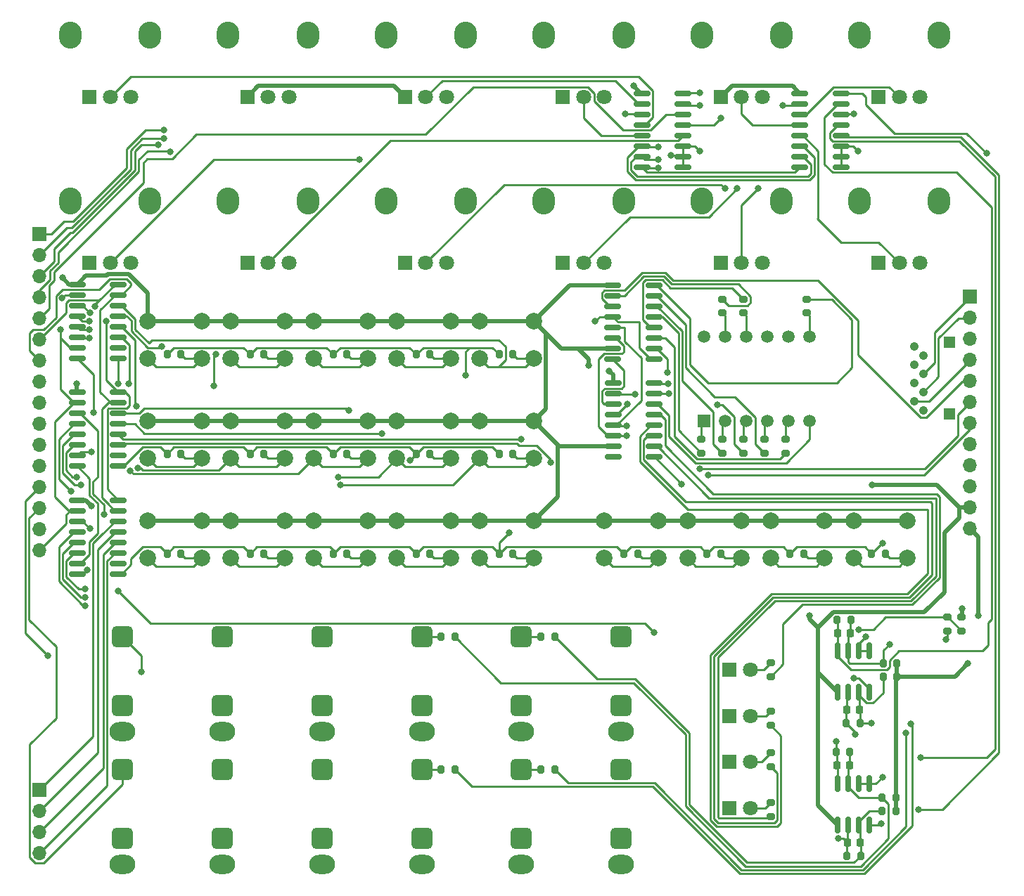
<source format=gbr>
%TF.GenerationSoftware,KiCad,Pcbnew,7.0.2*%
%TF.CreationDate,2025-03-10T10:37:47+00:00*%
%TF.ProjectId,dk2_04b_top,646b325f-3034-4625-9f74-6f702e6b6963,rev?*%
%TF.SameCoordinates,Original*%
%TF.FileFunction,Copper,L2,Bot*%
%TF.FilePolarity,Positive*%
%FSLAX46Y46*%
G04 Gerber Fmt 4.6, Leading zero omitted, Abs format (unit mm)*
G04 Created by KiCad (PCBNEW 7.0.2) date 2025-03-10 10:37:47*
%MOMM*%
%LPD*%
G01*
G04 APERTURE LIST*
G04 Aperture macros list*
%AMRoundRect*
0 Rectangle with rounded corners*
0 $1 Rounding radius*
0 $2 $3 $4 $5 $6 $7 $8 $9 X,Y pos of 4 corners*
0 Add a 4 corners polygon primitive as box body*
4,1,4,$2,$3,$4,$5,$6,$7,$8,$9,$2,$3,0*
0 Add four circle primitives for the rounded corners*
1,1,$1+$1,$2,$3*
1,1,$1+$1,$4,$5*
1,1,$1+$1,$6,$7*
1,1,$1+$1,$8,$9*
0 Add four rect primitives between the rounded corners*
20,1,$1+$1,$2,$3,$4,$5,0*
20,1,$1+$1,$4,$5,$6,$7,0*
20,1,$1+$1,$6,$7,$8,$9,0*
20,1,$1+$1,$8,$9,$2,$3,0*%
G04 Aperture macros list end*
%TA.AperFunction,ComponentPad*%
%ADD10C,2.000000*%
%TD*%
%TA.AperFunction,ComponentPad*%
%ADD11O,2.720000X3.240000*%
%TD*%
%TA.AperFunction,ComponentPad*%
%ADD12R,1.800000X1.800000*%
%TD*%
%TA.AperFunction,ComponentPad*%
%ADD13C,1.800000*%
%TD*%
%TA.AperFunction,ComponentPad*%
%ADD14O,3.100000X2.300000*%
%TD*%
%TA.AperFunction,ComponentPad*%
%ADD15RoundRect,0.650000X-0.650000X-0.650000X0.650000X-0.650000X0.650000X0.650000X-0.650000X0.650000X0*%
%TD*%
%TA.AperFunction,ComponentPad*%
%ADD16R,1.500000X1.500000*%
%TD*%
%TA.AperFunction,ComponentPad*%
%ADD17C,1.500000*%
%TD*%
%TA.AperFunction,ComponentPad*%
%ADD18C,1.050000*%
%TD*%
%TA.AperFunction,ComponentPad*%
%ADD19R,1.350000X1.350000*%
%TD*%
%TA.AperFunction,SMDPad,CuDef*%
%ADD20RoundRect,0.200000X0.275000X-0.200000X0.275000X0.200000X-0.275000X0.200000X-0.275000X-0.200000X0*%
%TD*%
%TA.AperFunction,ComponentPad*%
%ADD21R,1.700000X1.700000*%
%TD*%
%TA.AperFunction,ComponentPad*%
%ADD22O,1.700000X1.700000*%
%TD*%
%TA.AperFunction,SMDPad,CuDef*%
%ADD23RoundRect,0.200000X0.200000X0.275000X-0.200000X0.275000X-0.200000X-0.275000X0.200000X-0.275000X0*%
%TD*%
%TA.AperFunction,SMDPad,CuDef*%
%ADD24RoundRect,0.200000X-0.275000X0.200000X-0.275000X-0.200000X0.275000X-0.200000X0.275000X0.200000X0*%
%TD*%
%TA.AperFunction,SMDPad,CuDef*%
%ADD25RoundRect,0.150000X0.825000X0.150000X-0.825000X0.150000X-0.825000X-0.150000X0.825000X-0.150000X0*%
%TD*%
%TA.AperFunction,SMDPad,CuDef*%
%ADD26RoundRect,0.200000X-0.200000X-0.275000X0.200000X-0.275000X0.200000X0.275000X-0.200000X0.275000X0*%
%TD*%
%TA.AperFunction,SMDPad,CuDef*%
%ADD27RoundRect,0.225000X0.225000X0.250000X-0.225000X0.250000X-0.225000X-0.250000X0.225000X-0.250000X0*%
%TD*%
%TA.AperFunction,SMDPad,CuDef*%
%ADD28RoundRect,0.150000X-0.150000X0.825000X-0.150000X-0.825000X0.150000X-0.825000X0.150000X0.825000X0*%
%TD*%
%TA.AperFunction,ViaPad*%
%ADD29C,0.800000*%
%TD*%
%TA.AperFunction,Conductor*%
%ADD30C,0.250000*%
%TD*%
%TA.AperFunction,Conductor*%
%ADD31C,0.500000*%
%TD*%
G04 APERTURE END LIST*
D10*
%TO.P,SW10,1,1*%
%TO.N,+3.3V*%
X127000000Y-93000000D03*
X133500000Y-93000000D03*
%TO.P,SW10,2,2*%
%TO.N,Net-(U5-D1)*%
X127000000Y-97500000D03*
X133500000Y-97500000D03*
%TD*%
%TO.P,SW8,1,1*%
%TO.N,+3.3V*%
X107000000Y-93000000D03*
X113500000Y-93000000D03*
%TO.P,SW8,2,2*%
%TO.N,Net-(U4-D7)*%
X107000000Y-97500000D03*
X113500000Y-97500000D03*
%TD*%
D11*
%TO.P,RV3,*%
%TO.N,*%
X115700000Y-46500000D03*
X125300000Y-46500000D03*
D12*
%TO.P,RV3,1,1*%
%TO.N,+3.3V*%
X118000000Y-54000000D03*
D13*
%TO.P,RV3,2,2*%
%TO.N,Net-(U6-A2)*%
X120500000Y-54000000D03*
%TO.P,RV3,3,3*%
%TO.N,GND*%
X123000000Y-54000000D03*
%TD*%
D14*
%TO.P,J2,S*%
%TO.N,GND*%
X96000000Y-130400000D03*
D15*
%TO.P,J2,T*%
%TO.N,TRIGGER_OUT_1_EURO*%
X96000000Y-119000000D03*
%TO.P,J2,TN*%
%TO.N,unconnected-(J2-PadTN)*%
X96000000Y-127300000D03*
%TD*%
D14*
%TO.P,J13,S*%
%TO.N,GND*%
X132000000Y-130400000D03*
D15*
%TO.P,J13,T*%
%TO.N,Net-(J13-PadT)*%
X132000000Y-119000000D03*
%TO.P,J13,TN*%
%TO.N,GND*%
X132000000Y-127300000D03*
%TD*%
D11*
%TO.P,RV8,*%
%TO.N,*%
X134700000Y-66500000D03*
X144300000Y-66500000D03*
D12*
%TO.P,RV8,1,1*%
%TO.N,+3.3V*%
X137000000Y-74000000D03*
D13*
%TO.P,RV8,2,2*%
%TO.N,Net-(U6-A7)*%
X139500000Y-74000000D03*
%TO.P,RV8,3,3*%
%TO.N,GND*%
X142000000Y-74000000D03*
%TD*%
D14*
%TO.P,J12,S*%
%TO.N,GND*%
X120000000Y-130400000D03*
D15*
%TO.P,J12,T*%
%TO.N,Net-(J12-PadT)*%
X120000000Y-119000000D03*
%TO.P,J12,TN*%
%TO.N,GND*%
X120000000Y-127300000D03*
%TD*%
D10*
%TO.P,SW19,1,1*%
%TO.N,+3.3V*%
X172000000Y-105000000D03*
X178500000Y-105000000D03*
%TO.P,SW19,2,2*%
%TO.N,Net-(U10-D2)*%
X172000000Y-109500000D03*
X178500000Y-109500000D03*
%TD*%
D14*
%TO.P,J11,S*%
%TO.N,GND*%
X144000000Y-146400000D03*
D15*
%TO.P,J11,T*%
%TO.N,EURO_OUT_2*%
X144000000Y-135000000D03*
%TO.P,J11,TN*%
%TO.N,unconnected-(J11-PadTN)*%
X144000000Y-143300000D03*
%TD*%
D11*
%TO.P,RV4,*%
%TO.N,*%
X134700000Y-46500000D03*
X144300000Y-46500000D03*
D12*
%TO.P,RV4,1,1*%
%TO.N,+3.3V*%
X137000000Y-54000000D03*
D13*
%TO.P,RV4,2,2*%
%TO.N,Net-(U6-A3)*%
X139500000Y-54000000D03*
%TO.P,RV4,3,3*%
%TO.N,GND*%
X142000000Y-54000000D03*
%TD*%
D10*
%TO.P,SW3,1,1*%
%TO.N,+3.3V*%
X107000000Y-81000000D03*
X113500000Y-81000000D03*
%TO.P,SW3,2,2*%
%TO.N,Net-(U4-D2)*%
X107000000Y-85500000D03*
X113500000Y-85500000D03*
%TD*%
D11*
%TO.P,RV1,*%
%TO.N,*%
X77700000Y-46500000D03*
X87300000Y-46500000D03*
D12*
%TO.P,RV1,1,1*%
%TO.N,+3.3V*%
X80000000Y-54000000D03*
D13*
%TO.P,RV1,2,2*%
%TO.N,Net-(U6-A0)*%
X82500000Y-54000000D03*
%TO.P,RV1,3,3*%
%TO.N,GND*%
X85000000Y-54000000D03*
%TD*%
D11*
%TO.P,RV10,*%
%TO.N,*%
X172700000Y-46500000D03*
X182300000Y-46500000D03*
D12*
%TO.P,RV10,1,1*%
%TO.N,+3.3V*%
X175000000Y-54000000D03*
D13*
%TO.P,RV10,2,2*%
%TO.N,Net-(U9-A1)*%
X177500000Y-54000000D03*
%TO.P,RV10,3,3*%
%TO.N,GND*%
X180000000Y-54000000D03*
%TD*%
D14*
%TO.P,J4,S*%
%TO.N,GND*%
X84000000Y-130400000D03*
D15*
%TO.P,J4,T*%
%TO.N,SYNC_IN_EURO*%
X84000000Y-119000000D03*
%TO.P,J4,TN*%
%TO.N,unconnected-(J4-PadTN)*%
X84000000Y-127300000D03*
%TD*%
D10*
%TO.P,SW9,1,1*%
%TO.N,+3.3V*%
X117000000Y-93000000D03*
X123500000Y-93000000D03*
%TO.P,SW9,2,2*%
%TO.N,Net-(U5-D0)*%
X117000000Y-97500000D03*
X123500000Y-97500000D03*
%TD*%
D14*
%TO.P,J14,S*%
%TO.N,GND*%
X120000000Y-146400000D03*
D15*
%TO.P,J14,T*%
%TO.N,Net-(J14-PadT)*%
X120000000Y-135000000D03*
%TO.P,J14,TN*%
%TO.N,GND*%
X120000000Y-143300000D03*
%TD*%
D14*
%TO.P,J15,S*%
%TO.N,GND*%
X132000000Y-146400000D03*
D15*
%TO.P,J15,T*%
%TO.N,Net-(J15-PadT)*%
X132000000Y-135000000D03*
%TO.P,J15,TN*%
%TO.N,GND*%
X132000000Y-143300000D03*
%TD*%
D10*
%TO.P,SW6,1,1*%
%TO.N,+3.3V*%
X87000000Y-93000000D03*
X93500000Y-93000000D03*
%TO.P,SW6,2,2*%
%TO.N,Net-(U4-D5)*%
X87000000Y-97500000D03*
X93500000Y-97500000D03*
%TD*%
D11*
%TO.P,RV7,*%
%TO.N,*%
X115700000Y-66500000D03*
X125300000Y-66500000D03*
D12*
%TO.P,RV7,1,1*%
%TO.N,+3.3V*%
X118000000Y-74000000D03*
D13*
%TO.P,RV7,2,2*%
%TO.N,Net-(U6-A6)*%
X120500000Y-74000000D03*
%TO.P,RV7,3,3*%
%TO.N,GND*%
X123000000Y-74000000D03*
%TD*%
D10*
%TO.P,SW17,1,1*%
%TO.N,+3.3V*%
X152000000Y-105000000D03*
X158500000Y-105000000D03*
%TO.P,SW17,2,2*%
%TO.N,Net-(U10-D0)*%
X152000000Y-109500000D03*
X158500000Y-109500000D03*
%TD*%
%TO.P,SW1,1,1*%
%TO.N,+3.3V*%
X87000000Y-81000000D03*
X93500000Y-81000000D03*
%TO.P,SW1,2,2*%
%TO.N,Net-(U4-D0)*%
X87000000Y-85500000D03*
X93500000Y-85500000D03*
%TD*%
D16*
%TO.P,U3,1,e*%
%TO.N,Net-(U3-e)*%
X154000000Y-93000000D03*
D17*
%TO.P,U3,2,d*%
%TO.N,Net-(U3-d)*%
X156540000Y-93000000D03*
%TO.P,U3,3,DPX*%
%TO.N,Net-(U3-DPX)*%
X159080000Y-93000000D03*
%TO.P,U3,4,c*%
%TO.N,Net-(U3-c)*%
X161620000Y-93000000D03*
%TO.P,U3,5,g*%
%TO.N,Net-(U3-g)*%
X164160000Y-93000000D03*
%TO.P,U3,6,CA4*%
%TO.N,Net-(U2-QD)*%
X166700000Y-93000000D03*
%TO.P,U3,7,b*%
%TO.N,Net-(U3-b)*%
X166700000Y-82840000D03*
%TO.P,U3,8,CA3*%
%TO.N,Net-(U2-QC)*%
X164160000Y-82840000D03*
%TO.P,U3,9,CA2*%
%TO.N,Net-(U2-QB)*%
X161620000Y-82840000D03*
%TO.P,U3,10,f*%
%TO.N,Net-(U3-f)*%
X159080000Y-82840000D03*
%TO.P,U3,11,a*%
%TO.N,Net-(U3-a)*%
X156540000Y-82840000D03*
%TO.P,U3,12,CA1*%
%TO.N,Net-(U2-QA)*%
X154000000Y-82840000D03*
%TD*%
D18*
%TO.P,J6,1,DAT2*%
%TO.N,unconnected-(J6-DAT2-Pad1)*%
X180400000Y-91700000D03*
%TO.P,J6,2,DAT3/CD*%
%TO.N,SD_CHIP_SELECT*%
X179300000Y-90600000D03*
%TO.P,J6,3,CMD*%
%TO.N,SD_SERIAL_IN*%
X180400000Y-89500000D03*
%TO.P,J6,4,VDD*%
%TO.N,+3.3V*%
X179300000Y-88400000D03*
%TO.P,J6,5,CLK*%
%TO.N,SD_CLOCK*%
X180400000Y-87300000D03*
%TO.P,J6,6,VSS*%
%TO.N,GND*%
X179300000Y-86200000D03*
%TO.P,J6,7,DAT0*%
%TO.N,SD_SERIAL_OUT*%
X180400000Y-85100000D03*
%TO.P,J6,8,DAT1*%
%TO.N,unconnected-(J6-DAT1-Pad8)*%
X179300000Y-84000000D03*
D19*
%TO.P,J6,9,SHIELD*%
%TO.N,GND*%
X183570000Y-92150000D03*
X183570000Y-83550000D03*
%TD*%
D12*
%TO.P,D3,1,K*%
%TO.N,GND*%
X157000000Y-134100000D03*
D13*
%TO.P,D3,2,A*%
%TO.N,Net-(D3-A)*%
X159540000Y-134100000D03*
%TD*%
D11*
%TO.P,RV11,*%
%TO.N,*%
X153700000Y-66500000D03*
X163300000Y-66500000D03*
D12*
%TO.P,RV11,1,1*%
%TO.N,+3.3V*%
X156000000Y-74000000D03*
D13*
%TO.P,RV11,2,2*%
%TO.N,Net-(U9-A2)*%
X158500000Y-74000000D03*
%TO.P,RV11,3,3*%
%TO.N,GND*%
X161000000Y-74000000D03*
%TD*%
D11*
%TO.P,RV9,*%
%TO.N,*%
X153700000Y-46500000D03*
X163300000Y-46500000D03*
D12*
%TO.P,RV9,1,1*%
%TO.N,+3.3V*%
X156000000Y-54000000D03*
D13*
%TO.P,RV9,2,2*%
%TO.N,Net-(U9-A0)*%
X158500000Y-54000000D03*
%TO.P,RV9,3,3*%
%TO.N,GND*%
X161000000Y-54000000D03*
%TD*%
D14*
%TO.P,J8,S*%
%TO.N,GND*%
X96000000Y-146400000D03*
D15*
%TO.P,J8,T*%
%TO.N,TRIGGER_OUT_3_EURO*%
X96000000Y-135000000D03*
%TO.P,J8,TN*%
%TO.N,unconnected-(J8-PadTN)*%
X96000000Y-143300000D03*
%TD*%
D20*
%TO.P,R45,1*%
%TO.N,GND*%
X183300000Y-118325000D03*
%TO.P,R45,2*%
%TO.N,12V DETECTION*%
X183300000Y-116675000D03*
%TD*%
D10*
%TO.P,SW15,1,1*%
%TO.N,+3.3V*%
X127000000Y-105000000D03*
X133500000Y-105000000D03*
%TO.P,SW15,2,2*%
%TO.N,Net-(U5-D6)*%
X127000000Y-109500000D03*
X133500000Y-109500000D03*
%TD*%
%TO.P,SW13,1,1*%
%TO.N,+3.3V*%
X107000000Y-105000000D03*
X113500000Y-105000000D03*
%TO.P,SW13,2,2*%
%TO.N,Net-(U5-D4)*%
X107000000Y-109500000D03*
X113500000Y-109500000D03*
%TD*%
%TO.P,SW18,1,1*%
%TO.N,+3.3V*%
X162000000Y-105000000D03*
X168500000Y-105000000D03*
%TO.P,SW18,2,2*%
%TO.N,Net-(U10-D1)*%
X162000000Y-109500000D03*
X168500000Y-109500000D03*
%TD*%
%TO.P,SW11,1,1*%
%TO.N,+3.3V*%
X87000000Y-105000000D03*
X93500000Y-105000000D03*
%TO.P,SW11,2,2*%
%TO.N,Net-(U5-D2)*%
X87000000Y-109500000D03*
X93500000Y-109500000D03*
%TD*%
%TO.P,SW2,1,1*%
%TO.N,+3.3V*%
X97000000Y-81000000D03*
X103500000Y-81000000D03*
%TO.P,SW2,2,2*%
%TO.N,Net-(U4-D1)*%
X97000000Y-85500000D03*
X103500000Y-85500000D03*
%TD*%
%TO.P,SW7,1,1*%
%TO.N,+3.3V*%
X97000000Y-93000000D03*
X103500000Y-93000000D03*
%TO.P,SW7,2,2*%
%TO.N,Net-(U4-D6)*%
X97000000Y-97500000D03*
X103500000Y-97500000D03*
%TD*%
D12*
%TO.P,D2,1,K*%
%TO.N,GND*%
X157000000Y-128550000D03*
D13*
%TO.P,D2,2,A*%
%TO.N,Net-(D2-A)*%
X159540000Y-128550000D03*
%TD*%
D12*
%TO.P,D1,1,K*%
%TO.N,GND*%
X157000000Y-123000000D03*
D13*
%TO.P,D1,2,A*%
%TO.N,Net-(D1-A)*%
X159540000Y-123000000D03*
%TD*%
D14*
%TO.P,J5,S*%
%TO.N,GND*%
X144000000Y-130400000D03*
D15*
%TO.P,J5,T*%
%TO.N,EURO_OUT_1*%
X144000000Y-119000000D03*
%TO.P,J5,TN*%
%TO.N,unconnected-(J5-PadTN)*%
X144000000Y-127300000D03*
%TD*%
D10*
%TO.P,SW12,1,1*%
%TO.N,+3.3V*%
X97000000Y-105000000D03*
X103500000Y-105000000D03*
%TO.P,SW12,2,2*%
%TO.N,Net-(U5-D3)*%
X97000000Y-109500000D03*
X103500000Y-109500000D03*
%TD*%
D20*
%TO.P,R44,1*%
%TO.N,12V DETECTION*%
X185000000Y-118325000D03*
%TO.P,R44,2*%
%TO.N,+12V*%
X185000000Y-116675000D03*
%TD*%
D12*
%TO.P,D4,1,K*%
%TO.N,GND*%
X157000000Y-139650000D03*
D13*
%TO.P,D4,2,A*%
%TO.N,Net-(D4-A)*%
X159540000Y-139650000D03*
%TD*%
D10*
%TO.P,SW4,1,1*%
%TO.N,+3.3V*%
X117000000Y-81000000D03*
X123500000Y-81000000D03*
%TO.P,SW4,2,2*%
%TO.N,Net-(U4-D3)*%
X117000000Y-85500000D03*
X123500000Y-85500000D03*
%TD*%
D11*
%TO.P,RV12,*%
%TO.N,*%
X172700000Y-66500000D03*
X182300000Y-66500000D03*
D12*
%TO.P,RV12,1,1*%
%TO.N,+3.3V*%
X175000000Y-74000000D03*
D13*
%TO.P,RV12,2,2*%
%TO.N,Net-(U9-A3)*%
X177500000Y-74000000D03*
%TO.P,RV12,3,3*%
%TO.N,GND*%
X180000000Y-74000000D03*
%TD*%
D14*
%TO.P,J9,S*%
%TO.N,GND*%
X108000000Y-146400000D03*
D15*
%TO.P,J9,T*%
%TO.N,TRIGGER_OUT_4_EURO*%
X108000000Y-135000000D03*
%TO.P,J9,TN*%
%TO.N,unconnected-(J9-PadTN)*%
X108000000Y-143300000D03*
%TD*%
D11*
%TO.P,RV6,*%
%TO.N,*%
X96700000Y-66500000D03*
X106300000Y-66500000D03*
D12*
%TO.P,RV6,1,1*%
%TO.N,+3.3V*%
X99000000Y-74000000D03*
D13*
%TO.P,RV6,2,2*%
%TO.N,Net-(U6-A5)*%
X101500000Y-74000000D03*
%TO.P,RV6,3,3*%
%TO.N,GND*%
X104000000Y-74000000D03*
%TD*%
D21*
%TO.P,J16,1,Pin_1*%
%TO.N,Net-(J16-Pin_1)*%
X74000000Y-137500000D03*
D22*
%TO.P,J16,2,Pin_2*%
%TO.N,Net-(J16-Pin_2)*%
X74000000Y-140040000D03*
%TO.P,J16,3,Pin_3*%
%TO.N,Net-(J16-Pin_3)*%
X74000000Y-142580000D03*
%TO.P,J16,4,Pin_4*%
%TO.N,Net-(J16-Pin_4)*%
X74000000Y-145120000D03*
%TD*%
D14*
%TO.P,J3,S*%
%TO.N,GND*%
X108000000Y-130400000D03*
D15*
%TO.P,J3,T*%
%TO.N,TRIGGER_OUT_2_EURO*%
X108000000Y-119000000D03*
%TO.P,J3,TN*%
%TO.N,unconnected-(J3-PadTN)*%
X108000000Y-127300000D03*
%TD*%
D11*
%TO.P,RV5,*%
%TO.N,*%
X77700000Y-66500000D03*
X87300000Y-66500000D03*
D12*
%TO.P,RV5,1,1*%
%TO.N,+3.3V*%
X80000000Y-74000000D03*
D13*
%TO.P,RV5,2,2*%
%TO.N,Net-(U6-A4)*%
X82500000Y-74000000D03*
%TO.P,RV5,3,3*%
%TO.N,GND*%
X85000000Y-74000000D03*
%TD*%
D10*
%TO.P,SW5,1,1*%
%TO.N,+3.3V*%
X127000000Y-81000000D03*
X133500000Y-81000000D03*
%TO.P,SW5,2,2*%
%TO.N,Net-(U4-D4)*%
X127000000Y-85500000D03*
X133500000Y-85500000D03*
%TD*%
D11*
%TO.P,RV2,*%
%TO.N,*%
X96700000Y-46500000D03*
X106300000Y-46500000D03*
D12*
%TO.P,RV2,1,1*%
%TO.N,+3.3V*%
X99000000Y-54000000D03*
D13*
%TO.P,RV2,2,2*%
%TO.N,Net-(U6-A1)*%
X101500000Y-54000000D03*
%TO.P,RV2,3,3*%
%TO.N,GND*%
X104000000Y-54000000D03*
%TD*%
D10*
%TO.P,SW16,1,1*%
%TO.N,+3.3V*%
X142000000Y-105000000D03*
X148500000Y-105000000D03*
%TO.P,SW16,2,2*%
%TO.N,Net-(U5-D7)*%
X142000000Y-109500000D03*
X148500000Y-109500000D03*
%TD*%
D14*
%TO.P,J10,S*%
%TO.N,GND*%
X84000000Y-146400000D03*
D15*
%TO.P,J10,T*%
%TO.N,SYNC_OUT_EURO*%
X84000000Y-135000000D03*
%TO.P,J10,TN*%
%TO.N,unconnected-(J10-PadTN)*%
X84000000Y-143300000D03*
%TD*%
D10*
%TO.P,SW14,1,1*%
%TO.N,+3.3V*%
X117000000Y-105000000D03*
X123500000Y-105000000D03*
%TO.P,SW14,2,2*%
%TO.N,Net-(U5-D5)*%
X117000000Y-109500000D03*
X123500000Y-109500000D03*
%TD*%
D23*
%TO.P,R23,1*%
%TO.N,Net-(U5-D2)*%
X91000000Y-109000000D03*
%TO.P,R23,2*%
%TO.N,GND*%
X89350000Y-109000000D03*
%TD*%
%TO.P,R27,1*%
%TO.N,Net-(U5-D6)*%
X131000000Y-109000000D03*
%TO.P,R27,2*%
%TO.N,GND*%
X129350000Y-109000000D03*
%TD*%
%TO.P,R29,1*%
%TO.N,-12V*%
X177100000Y-138400000D03*
%TO.P,R29,2*%
%TO.N,Net-(U7A--)*%
X175450000Y-138400000D03*
%TD*%
D24*
%TO.P,R1,1*%
%TO.N,Net-(D1-A)*%
X162000000Y-122175000D03*
%TO.P,R1,2*%
%TO.N,Net-(U2-QE)*%
X162000000Y-123825000D03*
%TD*%
D23*
%TO.P,R22,1*%
%TO.N,Net-(U5-D1)*%
X131000000Y-97000000D03*
%TO.P,R22,2*%
%TO.N,GND*%
X129350000Y-97000000D03*
%TD*%
%TO.P,R17,1*%
%TO.N,Net-(U4-D4)*%
X131000000Y-85000000D03*
%TO.P,R17,2*%
%TO.N,GND*%
X129350000Y-85000000D03*
%TD*%
%TO.P,R18,1*%
%TO.N,Net-(U4-D5)*%
X91000000Y-97000000D03*
%TO.P,R18,2*%
%TO.N,GND*%
X89350000Y-97000000D03*
%TD*%
%TO.P,R41,1*%
%TO.N,Net-(U10-D0)*%
X156000000Y-109000000D03*
%TO.P,R41,2*%
%TO.N,GND*%
X154350000Y-109000000D03*
%TD*%
D24*
%TO.P,R11,1*%
%TO.N,Net-(U3-d)*%
X156210000Y-95250000D03*
%TO.P,R11,2*%
%TO.N,Net-(U1-QD)*%
X156210000Y-96900000D03*
%TD*%
D23*
%TO.P,R35,1*%
%TO.N,-12V*%
X177200000Y-122200000D03*
%TO.P,R35,2*%
%TO.N,Net-(U8A--)*%
X175550000Y-122200000D03*
%TD*%
D20*
%TO.P,R9,1*%
%TO.N,Net-(U3-b)*%
X166370000Y-80010000D03*
%TO.P,R9,2*%
%TO.N,Net-(U1-QB)*%
X166370000Y-78360000D03*
%TD*%
D24*
%TO.P,R5,1*%
%TO.N,Net-(U3-e)*%
X153670000Y-95250000D03*
%TO.P,R5,2*%
%TO.N,Net-(U1-QE)*%
X153670000Y-96900000D03*
%TD*%
D23*
%TO.P,R26,1*%
%TO.N,Net-(U5-D5)*%
X121000000Y-109000000D03*
%TO.P,R26,2*%
%TO.N,GND*%
X119350000Y-109000000D03*
%TD*%
%TO.P,R42,1*%
%TO.N,Net-(U10-D1)*%
X166000000Y-109000000D03*
%TO.P,R42,2*%
%TO.N,GND*%
X164350000Y-109000000D03*
%TD*%
D21*
%TO.P,J7,1,Pin_1*%
%TO.N,SD_CLOCK*%
X186000000Y-78000000D03*
D22*
%TO.P,J7,2,Pin_2*%
%TO.N,SD_SERIAL_IN*%
X186000000Y-80540000D03*
%TO.P,J7,3,Pin_3*%
%TO.N,SD_SERIAL_OUT*%
X186000000Y-83080000D03*
%TO.P,J7,4,Pin_4*%
%TO.N,SD_CHIP_SELECT*%
X186000000Y-85620000D03*
%TO.P,J7,5,Pin_5*%
%TO.N,595_DATA*%
X186000000Y-88160000D03*
%TO.P,J7,6,Pin_6*%
%TO.N,595_CLOCK*%
X186000000Y-90700000D03*
%TO.P,J7,7,Pin_7*%
%TO.N,595_LATCH*%
X186000000Y-93240000D03*
%TO.P,J7,8,Pin_8*%
%TO.N,EURO_OUT_1*%
X186000000Y-95780000D03*
%TO.P,J7,9,Pin_9*%
%TO.N,EURO_OUT_2*%
X186000000Y-98320000D03*
%TO.P,J7,10,Pin_10*%
%TO.N,+12V*%
X186000000Y-100860000D03*
%TO.P,J7,11,Pin_11*%
%TO.N,+3.3V*%
X186000000Y-103400000D03*
%TO.P,J7,12,Pin_12*%
%TO.N,-12V*%
X186000000Y-105940000D03*
%TD*%
D25*
%TO.P,U6,1,A4*%
%TO.N,Net-(U6-A4)*%
X151475000Y-53555000D03*
%TO.P,U6,2,A6*%
%TO.N,Net-(U6-A6)*%
X151475000Y-54825000D03*
%TO.P,U6,3,A*%
%TO.N,4051_READING_0*%
X151475000Y-56095000D03*
%TO.P,U6,4,A7*%
%TO.N,Net-(U6-A7)*%
X151475000Y-57365000D03*
%TO.P,U6,5,A5*%
%TO.N,Net-(U6-A5)*%
X151475000Y-58635000D03*
%TO.P,U6,6,~{E}*%
%TO.N,GND*%
X151475000Y-59905000D03*
%TO.P,U6,7,VEE*%
X151475000Y-61175000D03*
%TO.P,U6,8,GND*%
X151475000Y-62445000D03*
%TO.P,U6,9,S2*%
%TO.N,4051_ADDRESS_C*%
X146525000Y-62445000D03*
%TO.P,U6,10,S1*%
%TO.N,4051_ADDRESS_B*%
X146525000Y-61175000D03*
%TO.P,U6,11,S0*%
%TO.N,4051_ADDRESS_A*%
X146525000Y-59905000D03*
%TO.P,U6,12,A3*%
%TO.N,Net-(U6-A3)*%
X146525000Y-58635000D03*
%TO.P,U6,13,A0*%
%TO.N,Net-(U6-A0)*%
X146525000Y-57365000D03*
%TO.P,U6,14,A1*%
%TO.N,Net-(U6-A1)*%
X146525000Y-56095000D03*
%TO.P,U6,15,A2*%
%TO.N,Net-(U6-A2)*%
X146525000Y-54825000D03*
%TO.P,U6,16,VCC*%
%TO.N,+3.3V*%
X146525000Y-53555000D03*
%TD*%
D23*
%TO.P,R14,1*%
%TO.N,Net-(U4-D1)*%
X101000000Y-85000000D03*
%TO.P,R14,2*%
%TO.N,GND*%
X99350000Y-85000000D03*
%TD*%
D20*
%TO.P,R8,1*%
%TO.N,Net-(U3-a)*%
X156210000Y-80010000D03*
%TO.P,R8,2*%
%TO.N,Net-(U1-QA)*%
X156210000Y-78360000D03*
%TD*%
D25*
%TO.P,U1,1,QB*%
%TO.N,Net-(U1-QB)*%
X147950000Y-76650000D03*
%TO.P,U1,2,QC*%
%TO.N,Net-(U1-QC)*%
X147950000Y-77920000D03*
%TO.P,U1,3,QD*%
%TO.N,Net-(U1-QD)*%
X147950000Y-79190000D03*
%TO.P,U1,4,QE*%
%TO.N,Net-(U1-QE)*%
X147950000Y-80460000D03*
%TO.P,U1,5,QF*%
%TO.N,Net-(U1-QF)*%
X147950000Y-81730000D03*
%TO.P,U1,6,QG*%
%TO.N,Net-(U1-QG)*%
X147950000Y-83000000D03*
%TO.P,U1,7,QH*%
%TO.N,Net-(U1-QH)*%
X147950000Y-84270000D03*
%TO.P,U1,8,GND*%
%TO.N,GND*%
X147950000Y-85540000D03*
%TO.P,U1,9,QH'*%
%TO.N,Net-(U1-QH')*%
X143000000Y-85540000D03*
%TO.P,U1,10,~{SRCLR}*%
%TO.N,+3.3V*%
X143000000Y-84270000D03*
%TO.P,U1,11,SRCLK*%
%TO.N,595_CLOCK*%
X143000000Y-83000000D03*
%TO.P,U1,12,RCLK*%
%TO.N,595_LATCH*%
X143000000Y-81730000D03*
%TO.P,U1,13,~{OE}*%
%TO.N,GND*%
X143000000Y-80460000D03*
%TO.P,U1,14,SER*%
%TO.N,595_DATA*%
X143000000Y-79190000D03*
%TO.P,U1,15,QA*%
%TO.N,Net-(U1-QA)*%
X143000000Y-77920000D03*
%TO.P,U1,16,VCC*%
%TO.N,+3.3V*%
X143000000Y-76650000D03*
%TD*%
D26*
%TO.P,R30,1*%
%TO.N,Net-(J12-PadT)*%
X122350000Y-119000000D03*
%TO.P,R30,2*%
%TO.N,Net-(U7A--)*%
X124000000Y-119000000D03*
%TD*%
D23*
%TO.P,R15,1*%
%TO.N,Net-(U4-D2)*%
X111000000Y-85000000D03*
%TO.P,R15,2*%
%TO.N,GND*%
X109350000Y-85000000D03*
%TD*%
D26*
%TO.P,R36,1*%
%TO.N,Net-(J14-PadT)*%
X122350000Y-135000000D03*
%TO.P,R36,2*%
%TO.N,Net-(U8A--)*%
X124000000Y-135000000D03*
%TD*%
D23*
%TO.P,R21,1*%
%TO.N,Net-(U5-D0)*%
X121000000Y-97000000D03*
%TO.P,R21,2*%
%TO.N,GND*%
X119350000Y-97000000D03*
%TD*%
%TO.P,R20,1*%
%TO.N,Net-(U4-D7)*%
X111000000Y-97000000D03*
%TO.P,R20,2*%
%TO.N,GND*%
X109350000Y-97000000D03*
%TD*%
D24*
%TO.P,R10,1*%
%TO.N,Net-(U3-c)*%
X161290000Y-95250000D03*
%TO.P,R10,2*%
%TO.N,Net-(U1-QC)*%
X161290000Y-96900000D03*
%TD*%
D23*
%TO.P,R13,1*%
%TO.N,Net-(U4-D0)*%
X91000000Y-85000000D03*
%TO.P,R13,2*%
%TO.N,GND*%
X89350000Y-85000000D03*
%TD*%
D24*
%TO.P,R4,1*%
%TO.N,Net-(D4-A)*%
X162000000Y-139000000D03*
%TO.P,R4,2*%
%TO.N,Net-(U2-QH)*%
X162000000Y-140650000D03*
%TD*%
%TO.P,R7,1*%
%TO.N,Net-(U3-DPX)*%
X158750000Y-95250000D03*
%TO.P,R7,2*%
%TO.N,Net-(U1-QH)*%
X158750000Y-96900000D03*
%TD*%
D27*
%TO.P,C4,1*%
%TO.N,Net-(U8B--)*%
X172700000Y-127800000D03*
%TO.P,C4,2*%
%TO.N,CV_IN_4*%
X171150000Y-127800000D03*
%TD*%
D23*
%TO.P,R16,1*%
%TO.N,Net-(U4-D3)*%
X121000000Y-85000000D03*
%TO.P,R16,2*%
%TO.N,GND*%
X119350000Y-85000000D03*
%TD*%
D24*
%TO.P,R6,1*%
%TO.N,Net-(U3-g)*%
X163830000Y-95250000D03*
%TO.P,R6,2*%
%TO.N,Net-(U1-QG)*%
X163830000Y-96900000D03*
%TD*%
D25*
%TO.P,U2,1,QB*%
%TO.N,Net-(U2-QB)*%
X148000000Y-88460000D03*
%TO.P,U2,2,QC*%
%TO.N,Net-(U2-QC)*%
X148000000Y-89730000D03*
%TO.P,U2,3,QD*%
%TO.N,Net-(U2-QD)*%
X148000000Y-91000000D03*
%TO.P,U2,4,QE*%
%TO.N,Net-(U2-QE)*%
X148000000Y-92270000D03*
%TO.P,U2,5,QF*%
%TO.N,Net-(U2-QF)*%
X148000000Y-93540000D03*
%TO.P,U2,6,QG*%
%TO.N,Net-(U2-QG)*%
X148000000Y-94810000D03*
%TO.P,U2,7,QH*%
%TO.N,Net-(U2-QH)*%
X148000000Y-96080000D03*
%TO.P,U2,8,GND*%
%TO.N,GND*%
X148000000Y-97350000D03*
%TO.P,U2,9,QH'*%
%TO.N,unconnected-(U2-QH'-Pad9)*%
X143050000Y-97350000D03*
%TO.P,U2,10,~{SRCLR}*%
%TO.N,+3.3V*%
X143050000Y-96080000D03*
%TO.P,U2,11,SRCLK*%
%TO.N,595_CLOCK*%
X143050000Y-94810000D03*
%TO.P,U2,12,RCLK*%
%TO.N,595_LATCH*%
X143050000Y-93540000D03*
%TO.P,U2,13,~{OE}*%
%TO.N,GND*%
X143050000Y-92270000D03*
%TO.P,U2,14,SER*%
%TO.N,Net-(U1-QH')*%
X143050000Y-91000000D03*
%TO.P,U2,15,QA*%
%TO.N,Net-(U2-QA)*%
X143050000Y-89730000D03*
%TO.P,U2,16,VCC*%
%TO.N,+3.3V*%
X143050000Y-88460000D03*
%TD*%
%TO.P,U9,1,A4*%
%TO.N,CV_IN_1*%
X170475000Y-53555000D03*
%TO.P,U9,2,A6*%
%TO.N,CV_IN_3*%
X170475000Y-54825000D03*
%TO.P,U9,3,A*%
%TO.N,4051_READING_1*%
X170475000Y-56095000D03*
%TO.P,U9,4,A7*%
%TO.N,CV_IN_4*%
X170475000Y-57365000D03*
%TO.P,U9,5,A5*%
%TO.N,CV_IN_2*%
X170475000Y-58635000D03*
%TO.P,U9,6,~{E}*%
%TO.N,GND*%
X170475000Y-59905000D03*
%TO.P,U9,7,VEE*%
X170475000Y-61175000D03*
%TO.P,U9,8,GND*%
X170475000Y-62445000D03*
%TO.P,U9,9,S2*%
%TO.N,4051_ADDRESS_C*%
X165525000Y-62445000D03*
%TO.P,U9,10,S1*%
%TO.N,4051_ADDRESS_B*%
X165525000Y-61175000D03*
%TO.P,U9,11,S0*%
%TO.N,4051_ADDRESS_A*%
X165525000Y-59905000D03*
%TO.P,U9,12,A3*%
%TO.N,Net-(U9-A3)*%
X165525000Y-58635000D03*
%TO.P,U9,13,A0*%
%TO.N,Net-(U9-A0)*%
X165525000Y-57365000D03*
%TO.P,U9,14,A1*%
%TO.N,Net-(U9-A1)*%
X165525000Y-56095000D03*
%TO.P,U9,15,A2*%
%TO.N,Net-(U9-A2)*%
X165525000Y-54825000D03*
%TO.P,U9,16,VCC*%
%TO.N,+3.3V*%
X165525000Y-53555000D03*
%TD*%
D27*
%TO.P,C2,1*%
%TO.N,Net-(U7B--)*%
X172800000Y-143800000D03*
%TO.P,C2,2*%
%TO.N,CV_IN_2*%
X171250000Y-143800000D03*
%TD*%
D24*
%TO.P,R2,1*%
%TO.N,Net-(D2-A)*%
X162000000Y-128000000D03*
%TO.P,R2,2*%
%TO.N,Net-(U2-QF)*%
X162000000Y-129650000D03*
%TD*%
D20*
%TO.P,R12,1*%
%TO.N,Net-(U3-f)*%
X158750000Y-80010000D03*
%TO.P,R12,2*%
%TO.N,Net-(U1-QF)*%
X158750000Y-78360000D03*
%TD*%
D25*
%TO.P,U5,1,~{PL}*%
%TO.N,165_LOAD*%
X83475000Y-89555000D03*
%TO.P,U5,2,CP*%
%TO.N,165_CLOCK*%
X83475000Y-90825000D03*
%TO.P,U5,3,D4*%
%TO.N,Net-(U5-D4)*%
X83475000Y-92095000D03*
%TO.P,U5,4,D5*%
%TO.N,Net-(U5-D5)*%
X83475000Y-93365000D03*
%TO.P,U5,5,D6*%
%TO.N,Net-(U5-D6)*%
X83475000Y-94635000D03*
%TO.P,U5,6,D7*%
%TO.N,Net-(U5-D7)*%
X83475000Y-95905000D03*
%TO.P,U5,7,~{Q7}*%
%TO.N,unconnected-(U5-~{Q7}-Pad7)*%
X83475000Y-97175000D03*
%TO.P,U5,8,GND*%
%TO.N,GND*%
X83475000Y-98445000D03*
%TO.P,U5,9,Q7*%
%TO.N,/Shift register in 2/DATA_OUT*%
X78525000Y-98445000D03*
%TO.P,U5,10,DS*%
%TO.N,/Shift register in 1/DATA_OUT*%
X78525000Y-97175000D03*
%TO.P,U5,11,D0*%
%TO.N,Net-(U5-D0)*%
X78525000Y-95905000D03*
%TO.P,U5,12,D1*%
%TO.N,Net-(U5-D1)*%
X78525000Y-94635000D03*
%TO.P,U5,13,D2*%
%TO.N,Net-(U5-D2)*%
X78525000Y-93365000D03*
%TO.P,U5,14,D3*%
%TO.N,Net-(U5-D3)*%
X78525000Y-92095000D03*
%TO.P,U5,15,~{CE}*%
%TO.N,GND*%
X78525000Y-90825000D03*
%TO.P,U5,16,VCC*%
%TO.N,+3.3V*%
X78525000Y-89555000D03*
%TD*%
D21*
%TO.P,J1,1,Pin_1*%
%TO.N,4051_ADDRESS_A*%
X74000000Y-70500000D03*
D22*
%TO.P,J1,2,Pin_2*%
%TO.N,4051_ADDRESS_B*%
X74000000Y-73040000D03*
%TO.P,J1,3,Pin_3*%
%TO.N,4051_ADDRESS_C*%
X74000000Y-75580000D03*
%TO.P,J1,4,Pin_4*%
%TO.N,4051_READING_1*%
X74000000Y-78120000D03*
%TO.P,J1,5,Pin_5*%
%TO.N,4051_READING_0*%
X74000000Y-80660000D03*
%TO.P,J1,6,Pin_6*%
%TO.N,165_LOAD*%
X74000000Y-83200000D03*
%TO.P,J1,7,Pin_7*%
%TO.N,165_CLOCK*%
X74000000Y-85740000D03*
%TO.P,J1,8,Pin_8*%
%TO.N,165_DATA*%
X74000000Y-88280000D03*
%TO.P,J1,9,Pin_9*%
%TO.N,TRIGGER_OUT_1_EURO*%
X74000000Y-90820000D03*
%TO.P,J1,10,Pin_10*%
%TO.N,TRIGGER_OUT_2_EURO*%
X74000000Y-93360000D03*
%TO.P,J1,11,Pin_11*%
%TO.N,TRIGGER_OUT_3_EURO*%
X74000000Y-95900000D03*
%TO.P,J1,12,Pin_12*%
%TO.N,TRIGGER_OUT_4_EURO*%
X74000000Y-98440000D03*
%TO.P,J1,13,Pin_13*%
%TO.N,SYNC_IN_EURO*%
X74000000Y-100980000D03*
%TO.P,J1,14,Pin_14*%
%TO.N,SYNC_OUT_EURO*%
X74000000Y-103520000D03*
%TO.P,J1,15,Pin_15*%
%TO.N,+3.3V*%
X74000000Y-106060000D03*
%TO.P,J1,16,Pin_16*%
%TO.N,GND*%
X74000000Y-108600000D03*
%TD*%
D27*
%TO.P,C1,1*%
%TO.N,Net-(U7A--)*%
X171500000Y-134500000D03*
%TO.P,C1,2*%
%TO.N,CV_IN_1*%
X169950000Y-134500000D03*
%TD*%
D23*
%TO.P,R28,1*%
%TO.N,Net-(U5-D7)*%
X146000000Y-109000000D03*
%TO.P,R28,2*%
%TO.N,GND*%
X144350000Y-109000000D03*
%TD*%
%TO.P,R34,1*%
%TO.N,Net-(U7B--)*%
X172850000Y-145400000D03*
%TO.P,R34,2*%
%TO.N,CV_IN_2*%
X171200000Y-145400000D03*
%TD*%
%TO.P,R33,1*%
%TO.N,Net-(U7A--)*%
X171550000Y-132900000D03*
%TO.P,R33,2*%
%TO.N,CV_IN_1*%
X169900000Y-132900000D03*
%TD*%
D25*
%TO.P,U10,1,~{PL}*%
%TO.N,165_LOAD*%
X83475000Y-102555000D03*
%TO.P,U10,2,CP*%
%TO.N,165_CLOCK*%
X83475000Y-103825000D03*
%TO.P,U10,3,D4*%
%TO.N,Net-(J16-Pin_1)*%
X83475000Y-105095000D03*
%TO.P,U10,4,D5*%
%TO.N,Net-(J16-Pin_2)*%
X83475000Y-106365000D03*
%TO.P,U10,5,D6*%
%TO.N,Net-(J16-Pin_3)*%
X83475000Y-107635000D03*
%TO.P,U10,6,D7*%
%TO.N,Net-(J16-Pin_4)*%
X83475000Y-108905000D03*
%TO.P,U10,7,~{Q7}*%
%TO.N,unconnected-(U10-~{Q7}-Pad7)*%
X83475000Y-110175000D03*
%TO.P,U10,8,GND*%
%TO.N,GND*%
X83475000Y-111445000D03*
%TO.P,U10,9,Q7*%
%TO.N,165_DATA*%
X78525000Y-111445000D03*
%TO.P,U10,10,DS*%
%TO.N,/Shift register in 2/DATA_OUT*%
X78525000Y-110175000D03*
%TO.P,U10,11,D0*%
%TO.N,Net-(U10-D0)*%
X78525000Y-108905000D03*
%TO.P,U10,12,D1*%
%TO.N,Net-(U10-D1)*%
X78525000Y-107635000D03*
%TO.P,U10,13,D2*%
%TO.N,Net-(U10-D2)*%
X78525000Y-106365000D03*
%TO.P,U10,14,D3*%
%TO.N,12V DETECTION*%
X78525000Y-105095000D03*
%TO.P,U10,15,~{CE}*%
%TO.N,GND*%
X78525000Y-103825000D03*
%TO.P,U10,16,VCC*%
%TO.N,+3.3V*%
X78525000Y-102555000D03*
%TD*%
D28*
%TO.P,U7,1*%
%TO.N,CV_IN_1*%
X170045000Y-136725000D03*
%TO.P,U7,2,-*%
%TO.N,Net-(U7A--)*%
X171315000Y-136725000D03*
%TO.P,U7,3,+*%
%TO.N,GND*%
X172585000Y-136725000D03*
%TO.P,U7,4,V-*%
X173855000Y-136725000D03*
%TO.P,U7,5,+*%
X173855000Y-141675000D03*
%TO.P,U7,6,-*%
%TO.N,Net-(U7B--)*%
X172585000Y-141675000D03*
%TO.P,U7,7*%
%TO.N,CV_IN_2*%
X171315000Y-141675000D03*
%TO.P,U7,8,V+*%
%TO.N,+3.3V*%
X170045000Y-141675000D03*
%TD*%
D27*
%TO.P,C3,1*%
%TO.N,Net-(U8A--)*%
X171600000Y-118600000D03*
%TO.P,C3,2*%
%TO.N,CV_IN_3*%
X170050000Y-118600000D03*
%TD*%
D23*
%TO.P,R25,1*%
%TO.N,Net-(U5-D4)*%
X111000000Y-109000000D03*
%TO.P,R25,2*%
%TO.N,GND*%
X109350000Y-109000000D03*
%TD*%
D28*
%TO.P,U8,1*%
%TO.N,CV_IN_3*%
X170080000Y-120725000D03*
%TO.P,U8,2,-*%
%TO.N,Net-(U8A--)*%
X171350000Y-120725000D03*
%TO.P,U8,3,+*%
%TO.N,GND*%
X172620000Y-120725000D03*
%TO.P,U8,4,V-*%
X173890000Y-120725000D03*
%TO.P,U8,5,+*%
X173890000Y-125675000D03*
%TO.P,U8,6,-*%
%TO.N,Net-(U8B--)*%
X172620000Y-125675000D03*
%TO.P,U8,7*%
%TO.N,CV_IN_4*%
X171350000Y-125675000D03*
%TO.P,U8,8,V+*%
%TO.N,+3.3V*%
X170080000Y-125675000D03*
%TD*%
D23*
%TO.P,R31,1*%
%TO.N,-12V*%
X177100000Y-140000000D03*
%TO.P,R31,2*%
%TO.N,Net-(U7B--)*%
X175450000Y-140000000D03*
%TD*%
%TO.P,R39,1*%
%TO.N,Net-(U8A--)*%
X171650000Y-117000000D03*
%TO.P,R39,2*%
%TO.N,CV_IN_3*%
X170000000Y-117000000D03*
%TD*%
D26*
%TO.P,R32,1*%
%TO.N,Net-(J13-PadT)*%
X134350000Y-119000000D03*
%TO.P,R32,2*%
%TO.N,Net-(U7B--)*%
X136000000Y-119000000D03*
%TD*%
D23*
%TO.P,R43,1*%
%TO.N,Net-(U10-D2)*%
X175825000Y-109000000D03*
%TO.P,R43,2*%
%TO.N,GND*%
X174175000Y-109000000D03*
%TD*%
D24*
%TO.P,R3,1*%
%TO.N,Net-(D3-A)*%
X162000000Y-133000000D03*
%TO.P,R3,2*%
%TO.N,Net-(U2-QG)*%
X162000000Y-134650000D03*
%TD*%
D23*
%TO.P,R37,1*%
%TO.N,-12V*%
X177200000Y-123800000D03*
%TO.P,R37,2*%
%TO.N,Net-(U8B--)*%
X175550000Y-123800000D03*
%TD*%
D26*
%TO.P,R38,1*%
%TO.N,Net-(J15-PadT)*%
X134350000Y-135000000D03*
%TO.P,R38,2*%
%TO.N,Net-(U8B--)*%
X136000000Y-135000000D03*
%TD*%
D23*
%TO.P,R40,1*%
%TO.N,Net-(U8B--)*%
X172750000Y-129400000D03*
%TO.P,R40,2*%
%TO.N,CV_IN_4*%
X171100000Y-129400000D03*
%TD*%
%TO.P,R19,1*%
%TO.N,Net-(U4-D6)*%
X101000000Y-97000000D03*
%TO.P,R19,2*%
%TO.N,GND*%
X99350000Y-97000000D03*
%TD*%
%TO.P,R24,1*%
%TO.N,Net-(U5-D3)*%
X101000000Y-109000000D03*
%TO.P,R24,2*%
%TO.N,GND*%
X99350000Y-109000000D03*
%TD*%
D25*
%TO.P,U4,1,~{PL}*%
%TO.N,165_LOAD*%
X83475000Y-76555000D03*
%TO.P,U4,2,CP*%
%TO.N,165_CLOCK*%
X83475000Y-77825000D03*
%TO.P,U4,3,D4*%
%TO.N,Net-(U4-D4)*%
X83475000Y-79095000D03*
%TO.P,U4,4,D5*%
%TO.N,Net-(U4-D5)*%
X83475000Y-80365000D03*
%TO.P,U4,5,D6*%
%TO.N,Net-(U4-D6)*%
X83475000Y-81635000D03*
%TO.P,U4,6,D7*%
%TO.N,Net-(U4-D7)*%
X83475000Y-82905000D03*
%TO.P,U4,7,~{Q7}*%
%TO.N,unconnected-(U4-~{Q7}-Pad7)*%
X83475000Y-84175000D03*
%TO.P,U4,8,GND*%
%TO.N,GND*%
X83475000Y-85445000D03*
%TO.P,U4,9,Q7*%
%TO.N,/Shift register in 1/DATA_OUT*%
X78525000Y-85445000D03*
%TO.P,U4,10,DS*%
%TO.N,GND*%
X78525000Y-84175000D03*
%TO.P,U4,11,D0*%
%TO.N,Net-(U4-D0)*%
X78525000Y-82905000D03*
%TO.P,U4,12,D1*%
%TO.N,Net-(U4-D1)*%
X78525000Y-81635000D03*
%TO.P,U4,13,D2*%
%TO.N,Net-(U4-D2)*%
X78525000Y-80365000D03*
%TO.P,U4,14,D3*%
%TO.N,Net-(U4-D3)*%
X78525000Y-79095000D03*
%TO.P,U4,15,~{CE}*%
%TO.N,GND*%
X78525000Y-77825000D03*
%TO.P,U4,16,VCC*%
%TO.N,+3.3V*%
X78525000Y-76555000D03*
%TD*%
D29*
%TO.N,GND*%
X183100000Y-119300000D03*
%TO.N,+12V*%
X185100000Y-115600000D03*
%TO.N,GND*%
X125250000Y-87500000D03*
X150000000Y-61000000D03*
X173500000Y-119000000D03*
X130500000Y-106500000D03*
X175300000Y-141500000D03*
X140900000Y-81000000D03*
X172000000Y-124000000D03*
X175500000Y-135900000D03*
X175500000Y-107750000D03*
X83500000Y-88500000D03*
X76724325Y-78224325D03*
X172500000Y-60500000D03*
X118575596Y-97775500D03*
X151300000Y-100600000D03*
X153500000Y-60500000D03*
X144800000Y-91000000D03*
X76500000Y-82000000D03*
%TO.N,CV_IN_4*%
X172200000Y-130800000D03*
X180100000Y-133600000D03*
%TO.N,SYNC_IN_EURO*%
X86250000Y-123250000D03*
X75000000Y-121250000D03*
%TO.N,595_CLOCK*%
X144700000Y-94800000D03*
X153500000Y-98799500D03*
%TO.N,595_LATCH*%
X154500000Y-99524000D03*
X144700000Y-93600000D03*
%TO.N,165_LOAD*%
X80697020Y-79205153D03*
X82000000Y-81000000D03*
%TO.N,165_DATA*%
X79725500Y-111000000D03*
%TO.N,4051_ADDRESS_A*%
X148500000Y-60000000D03*
X89000000Y-58000000D03*
%TO.N,4051_ADDRESS_B*%
X148500000Y-61500000D03*
X88987701Y-59012299D03*
%TO.N,4051_ADDRESS_C*%
X88250000Y-59750000D03*
X148500000Y-62500000D03*
%TO.N,4051_READING_1*%
X89750000Y-60624500D03*
X172000000Y-56000000D03*
%TO.N,Net-(U2-QB)*%
X149700000Y-88500000D03*
%TO.N,Net-(U2-QC)*%
X149725500Y-89700000D03*
%TO.N,Net-(U2-QA)*%
X145700000Y-89800000D03*
%TO.N,-12V*%
X187000000Y-116500000D03*
X185750000Y-122250000D03*
%TO.N,Net-(U8A--)*%
X178900000Y-129500000D03*
X176300000Y-119900000D03*
%TO.N,CV_IN_1*%
X169900000Y-131600000D03*
X188000000Y-60750000D03*
%TO.N,Net-(U8B--)*%
X178300000Y-130600000D03*
X174100000Y-129400000D03*
%TO.N,CV_IN_2*%
X170200000Y-143300000D03*
X179800000Y-139800000D03*
%TO.N,Net-(U1-QH)*%
X149600000Y-87200000D03*
X155600000Y-91100000D03*
%TO.N,Net-(U4-D0)*%
X80000000Y-83000000D03*
%TO.N,Net-(U4-D1)*%
X80000000Y-82000000D03*
%TO.N,Net-(U4-D2)*%
X80000000Y-81000000D03*
%TO.N,Net-(U4-D3)*%
X80061584Y-79979630D03*
%TO.N,Net-(U4-D5)*%
X95000000Y-88750000D03*
X88750000Y-84000000D03*
X95250000Y-85000000D03*
%TO.N,Net-(U4-D6)*%
X85862868Y-98675500D03*
X85638031Y-91250000D03*
%TO.N,Net-(U4-D7)*%
X84750000Y-88500000D03*
X84913531Y-99025500D03*
%TO.N,Net-(U6-A1)*%
X144500000Y-56000000D03*
%TO.N,Net-(U6-A4)*%
X153500000Y-53500000D03*
X112500000Y-61500000D03*
%TO.N,Net-(U6-A6)*%
X156500000Y-65000000D03*
X153500000Y-55000000D03*
%TO.N,Net-(U6-A7)*%
X158000000Y-65000000D03*
X156012299Y-56487701D03*
%TO.N,+3.3V*%
X80250000Y-103250000D03*
X166700000Y-116500000D03*
X140100000Y-86300000D03*
X142600000Y-87000000D03*
X174250000Y-100750000D03*
X76750000Y-75750000D03*
X78500000Y-88500000D03*
X145500000Y-52650000D03*
%TO.N,Net-(U9-A2)*%
X163500000Y-55000000D03*
X160500000Y-65000000D03*
%TO.N,Net-(U5-D0)*%
X110000000Y-99750000D03*
X78500000Y-99750000D03*
%TO.N,Net-(U5-D1)*%
X79000000Y-100750000D03*
X110250000Y-100750000D03*
%TO.N,Net-(U5-D2)*%
X77750000Y-101500000D03*
%TO.N,Net-(U5-D3)*%
X81750000Y-104250000D03*
%TO.N,Net-(U5-D4)*%
X111250000Y-91750000D03*
%TO.N,Net-(U5-D5)*%
X115250000Y-94500000D03*
%TO.N,Net-(U5-D6)*%
X132000000Y-95250000D03*
%TO.N,Net-(U5-D7)*%
X135500000Y-98000000D03*
%TO.N,Net-(U10-D0)*%
X79500000Y-113250000D03*
%TO.N,/Shift register in 1/DATA_OUT*%
X80250000Y-96750000D03*
X80500000Y-92000000D03*
%TO.N,Net-(U10-D1)*%
X79500000Y-114250000D03*
%TO.N,Net-(U10-D2)*%
X79500000Y-115250000D03*
%TO.N,12V DETECTION*%
X148000000Y-118500000D03*
X83500000Y-113500000D03*
X80061584Y-105979630D03*
X172622183Y-118122183D03*
%TD*%
D30*
%TO.N,GND*%
X183300000Y-119100000D02*
X183100000Y-119300000D01*
X183300000Y-118325000D02*
X183300000Y-119100000D01*
D31*
%TO.N,+12V*%
X185100000Y-116575000D02*
X185000000Y-116675000D01*
X185100000Y-115600000D02*
X185100000Y-116575000D01*
D30*
%TO.N,12V DETECTION*%
X183350000Y-116675000D02*
X185000000Y-118325000D01*
X183300000Y-116675000D02*
X183350000Y-116675000D01*
X174377817Y-118122183D02*
X172622183Y-118122183D01*
X175825000Y-116675000D02*
X174377817Y-118122183D01*
X183300000Y-116675000D02*
X175825000Y-116675000D01*
%TO.N,Net-(U7A--)*%
X129550000Y-124550000D02*
X145513604Y-124550000D01*
X172850000Y-146650000D02*
X176175000Y-143325000D01*
X176175000Y-139125000D02*
X175450000Y-138400000D01*
X171500000Y-134500000D02*
X171500000Y-132950000D01*
X124000000Y-119000000D02*
X129550000Y-124550000D01*
X145513604Y-124550000D02*
X151750000Y-130786396D01*
X176175000Y-143325000D02*
X176175000Y-139125000D01*
X175450000Y-138400000D02*
X172613249Y-138400000D01*
X171315000Y-134685000D02*
X171500000Y-134500000D01*
X151750000Y-130786396D02*
X151750000Y-139395584D01*
X151750000Y-139395584D02*
X159004416Y-146650000D01*
X171500000Y-132950000D02*
X171550000Y-132900000D01*
X159004416Y-146650000D02*
X172850000Y-146650000D01*
X171315000Y-137101751D02*
X171315000Y-136725000D01*
X172613249Y-138400000D02*
X171315000Y-137101751D01*
X171315000Y-136725000D02*
X171315000Y-134685000D01*
%TO.N,CV_IN_3*%
X176300000Y-122667462D02*
X176300000Y-121882538D01*
X170050000Y-118600000D02*
X170050000Y-117050000D01*
X170080000Y-120725000D02*
X170080000Y-118630000D01*
X188600000Y-116900000D02*
X188600000Y-67250000D01*
X171663604Y-123000000D02*
X175967462Y-123000000D01*
X184350000Y-63000000D02*
X171566751Y-63000000D01*
X171566751Y-63000000D02*
X171496751Y-63070000D01*
X170080000Y-118630000D02*
X170050000Y-118600000D01*
X188600000Y-67250000D02*
X184350000Y-63000000D01*
X168500000Y-56423249D02*
X170098249Y-54825000D01*
X176300000Y-121882538D02*
X177482538Y-120700000D01*
X188200000Y-120000000D02*
X188200000Y-117300000D01*
X175967462Y-123000000D02*
X176300000Y-122667462D01*
X170050000Y-117050000D02*
X170000000Y-117000000D01*
X187500000Y-120700000D02*
X188200000Y-120000000D01*
X170098249Y-54825000D02*
X170475000Y-54825000D01*
X188200000Y-117300000D02*
X188600000Y-116900000D01*
X170080000Y-120725000D02*
X170080000Y-121416396D01*
X169453249Y-63070000D02*
X168500000Y-62116751D01*
X177482538Y-120700000D02*
X187500000Y-120700000D01*
X170080000Y-121416396D02*
X171663604Y-123000000D01*
X171496751Y-63070000D02*
X169453249Y-63070000D01*
X168500000Y-62116751D02*
X168500000Y-56423249D01*
%TO.N,Net-(U7B--)*%
X172585000Y-141298249D02*
X173883249Y-140000000D01*
X145700000Y-124100000D02*
X152200000Y-130600000D01*
X141100000Y-124100000D02*
X145700000Y-124100000D01*
X136000000Y-119000000D02*
X141100000Y-124100000D01*
X172800000Y-143800000D02*
X172800000Y-141890000D01*
X172850000Y-145400000D02*
X172850000Y-143850000D01*
X152200000Y-139209188D02*
X159190812Y-146200000D01*
X152200000Y-130600000D02*
X152200000Y-139209188D01*
X172585000Y-141675000D02*
X172585000Y-141298249D01*
X173883249Y-140000000D02*
X175450000Y-140000000D01*
X172050000Y-146200000D02*
X172850000Y-145400000D01*
X172850000Y-143850000D02*
X172800000Y-143800000D01*
X159190812Y-146200000D02*
X172050000Y-146200000D01*
X172800000Y-141890000D02*
X172585000Y-141675000D01*
%TO.N,GND*%
X118525000Y-84175000D02*
X119350000Y-85000000D01*
X78525000Y-84175000D02*
X77675000Y-84175000D01*
X89350000Y-97000000D02*
X90175000Y-96175000D01*
X119350000Y-97000000D02*
X119350000Y-97001096D01*
X148000000Y-97350000D02*
X148050000Y-97350000D01*
X173855000Y-141675000D02*
X175125000Y-141675000D01*
X120175000Y-84175000D02*
X125750000Y-84175000D01*
X154350000Y-109000000D02*
X153525000Y-108175000D01*
X130175000Y-108175000D02*
X143525000Y-108175000D01*
X76500000Y-89176751D02*
X76500000Y-83000000D01*
X109350000Y-109000000D02*
X109350000Y-108567462D01*
X143640000Y-81100000D02*
X143000000Y-80460000D01*
X172591751Y-124000000D02*
X172000000Y-124000000D01*
X75875000Y-93098249D02*
X75875000Y-102125000D01*
X78525000Y-90825000D02*
X78148249Y-90825000D01*
X146200000Y-81100000D02*
X143640000Y-81100000D01*
X84181167Y-98445000D02*
X86451167Y-96175000D01*
X143050000Y-92270000D02*
X143530000Y-92270000D01*
X83475000Y-88475000D02*
X83500000Y-88500000D01*
X89350000Y-85000000D02*
X90175000Y-84175000D01*
X77225000Y-104275000D02*
X77675000Y-103825000D01*
X128525000Y-96175000D02*
X120175000Y-96175000D01*
X77675000Y-84175000D02*
X76500000Y-83000000D01*
X83475000Y-85445000D02*
X83475000Y-88475000D01*
X86451167Y-96175000D02*
X88525000Y-96175000D01*
X175500000Y-107750000D02*
X175425000Y-107750000D01*
X163525000Y-108175000D02*
X155175000Y-108175000D01*
X118525000Y-108175000D02*
X110175000Y-108175000D01*
X129350000Y-109000000D02*
X130175000Y-108175000D01*
X88525000Y-108175000D02*
X86451167Y-108175000D01*
X152905000Y-59905000D02*
X153500000Y-60500000D01*
X151300000Y-61000000D02*
X151475000Y-61175000D01*
X143000000Y-80460000D02*
X141440000Y-80460000D01*
X89350000Y-109000000D02*
X88525000Y-108175000D01*
X118525000Y-96175000D02*
X110175000Y-96175000D01*
X77575000Y-103825000D02*
X78525000Y-103825000D01*
X90175000Y-96175000D02*
X98525000Y-96175000D01*
X151475000Y-62445000D02*
X151475000Y-59905000D01*
X99350000Y-97000000D02*
X100175000Y-96175000D01*
X99350000Y-85000000D02*
X100175000Y-84175000D01*
X76724325Y-78224325D02*
X77123650Y-77825000D01*
X83851751Y-111445000D02*
X83475000Y-111445000D01*
X108525000Y-84175000D02*
X109350000Y-85000000D01*
X74000000Y-108600000D02*
X77225000Y-105375000D01*
X172620000Y-120725000D02*
X172620000Y-119880000D01*
X172585000Y-136725000D02*
X173855000Y-136725000D01*
X170475000Y-59905000D02*
X171905000Y-59905000D01*
X172620000Y-119880000D02*
X173500000Y-119000000D01*
X143530000Y-92270000D02*
X144800000Y-91000000D01*
X128525000Y-108175000D02*
X120175000Y-108175000D01*
X129350000Y-109000000D02*
X129350000Y-107650000D01*
X173350000Y-108175000D02*
X165175000Y-108175000D01*
X108525000Y-96175000D02*
X109350000Y-97000000D01*
X173890000Y-125675000D02*
X173890000Y-125298249D01*
X78148249Y-90825000D02*
X75875000Y-93098249D01*
X76500000Y-83000000D02*
X76500000Y-82000000D01*
X119350000Y-97000000D02*
X118525000Y-96175000D01*
X173855000Y-136725000D02*
X174675000Y-136725000D01*
X175425000Y-107750000D02*
X174175000Y-109000000D01*
X148050000Y-97350000D02*
X151300000Y-100600000D01*
X100175000Y-96175000D02*
X108525000Y-96175000D01*
X98525000Y-84175000D02*
X99350000Y-85000000D01*
X99350000Y-109000000D02*
X98525000Y-108175000D01*
X173890000Y-125298249D02*
X172591751Y-124000000D01*
X108957538Y-108175000D02*
X100175000Y-108175000D01*
X164350000Y-109000000D02*
X163525000Y-108175000D01*
X98525000Y-96175000D02*
X99350000Y-97000000D01*
X125750000Y-84175000D02*
X128525000Y-84175000D01*
X109350000Y-108567462D02*
X108957538Y-108175000D01*
X100175000Y-84175000D02*
X108525000Y-84175000D01*
X88525000Y-96175000D02*
X89350000Y-97000000D01*
X143525000Y-108175000D02*
X144350000Y-109000000D01*
X174175000Y-109000000D02*
X173350000Y-108175000D01*
X110175000Y-84175000D02*
X118525000Y-84175000D01*
X119350000Y-85000000D02*
X120175000Y-84175000D01*
X129350000Y-97000000D02*
X128525000Y-96175000D01*
X175125000Y-141675000D02*
X175300000Y-141500000D01*
X171905000Y-59905000D02*
X172500000Y-60500000D01*
X77225000Y-105375000D02*
X77225000Y-104275000D01*
X120175000Y-96175000D02*
X119350000Y-97000000D01*
X155175000Y-108175000D02*
X154350000Y-109000000D01*
X85000000Y-109626167D02*
X85000000Y-110296751D01*
X125750000Y-84175000D02*
X125250000Y-84675000D01*
X77675000Y-103825000D02*
X78525000Y-103825000D01*
X125250000Y-84675000D02*
X125250000Y-87500000D01*
X129350000Y-109000000D02*
X128525000Y-108175000D01*
X100175000Y-108175000D02*
X99350000Y-109000000D01*
X110175000Y-96175000D02*
X109350000Y-97000000D01*
X129350000Y-107650000D02*
X130500000Y-106500000D01*
X172620000Y-120725000D02*
X173890000Y-120725000D01*
X128525000Y-84175000D02*
X129350000Y-85000000D01*
X85000000Y-110296751D02*
X83851751Y-111445000D01*
X109350000Y-85000000D02*
X110175000Y-84175000D01*
X150000000Y-61000000D02*
X151300000Y-61000000D01*
X110175000Y-108175000D02*
X109350000Y-109000000D01*
X77123650Y-77825000D02*
X78525000Y-77825000D01*
X146200000Y-84166751D02*
X146200000Y-81100000D01*
X165175000Y-108175000D02*
X164350000Y-109000000D01*
X170475000Y-62445000D02*
X170475000Y-59905000D01*
X153525000Y-108175000D02*
X145175000Y-108175000D01*
X98525000Y-108175000D02*
X90175000Y-108175000D01*
X145175000Y-108175000D02*
X144350000Y-109000000D01*
X147573249Y-85540000D02*
X146200000Y-84166751D01*
X120175000Y-108175000D02*
X119350000Y-109000000D01*
X78148249Y-90825000D02*
X76500000Y-89176751D01*
X83475000Y-98445000D02*
X84181167Y-98445000D01*
X86451167Y-108175000D02*
X85000000Y-109626167D01*
X147950000Y-85540000D02*
X147573249Y-85540000D01*
X90175000Y-84175000D02*
X98525000Y-84175000D01*
X151475000Y-59905000D02*
X152905000Y-59905000D01*
X75875000Y-102125000D02*
X77575000Y-103825000D01*
X141440000Y-80460000D02*
X140900000Y-81000000D01*
X174675000Y-136725000D02*
X175500000Y-135900000D01*
X119350000Y-109000000D02*
X118525000Y-108175000D01*
X119350000Y-97001096D02*
X118575596Y-97775500D01*
X90175000Y-108175000D02*
X89350000Y-109000000D01*
%TO.N,Net-(D1-A)*%
X159540000Y-123000000D02*
X161175000Y-123000000D01*
X161175000Y-123000000D02*
X162000000Y-122175000D01*
%TO.N,CV_IN_4*%
X170098249Y-57365000D02*
X170475000Y-57365000D01*
X169175000Y-58981751D02*
X169175000Y-58288249D01*
X171150000Y-127800000D02*
X171150000Y-125875000D01*
X180100000Y-133600000D02*
X188000000Y-133600000D01*
X169473249Y-59280000D02*
X169175000Y-58981751D01*
X169175000Y-58288249D02*
X170098249Y-57365000D01*
X171100000Y-127850000D02*
X171150000Y-127800000D01*
X171150000Y-125875000D02*
X171350000Y-125675000D01*
X171100000Y-129400000D02*
X171100000Y-127850000D01*
X172200000Y-130500000D02*
X171100000Y-129400000D01*
X188000000Y-133600000D02*
X189050000Y-132550000D01*
X189050000Y-132550000D02*
X189050000Y-63586396D01*
X184743604Y-59280000D02*
X169473249Y-59280000D01*
X189050000Y-63586396D02*
X184743604Y-59280000D01*
X172200000Y-130800000D02*
X172200000Y-130500000D01*
%TO.N,SYNC_IN_EURO*%
X72300000Y-118550000D02*
X75000000Y-121250000D01*
X86250000Y-121250000D02*
X84000000Y-119000000D01*
X74000000Y-100940000D02*
X72300000Y-102640000D01*
X72300000Y-102640000D02*
X72300000Y-118550000D01*
X86250000Y-123250000D02*
X86250000Y-121250000D01*
%TO.N,SYNC_OUT_EURO*%
X84000000Y-136781701D02*
X74486701Y-146295000D01*
X75975000Y-128818072D02*
X75975000Y-120225000D01*
X84000000Y-135000000D02*
X84000000Y-136781701D01*
X72750000Y-104730000D02*
X74000000Y-103480000D01*
X74486701Y-146295000D02*
X73513299Y-146295000D01*
X72750000Y-117000000D02*
X72750000Y-104730000D01*
X72825000Y-131968072D02*
X75975000Y-128818072D01*
X73513299Y-146295000D02*
X72825000Y-145606701D01*
X75975000Y-120225000D02*
X72750000Y-117000000D01*
X72825000Y-145606701D02*
X72825000Y-131968072D01*
%TO.N,SD_CLOCK*%
X186000000Y-78080000D02*
X181750000Y-82330000D01*
X181750000Y-82330000D02*
X181750000Y-85950000D01*
X181750000Y-85950000D02*
X180400000Y-87300000D01*
%TO.N,SD_SERIAL_IN*%
X186000000Y-80620000D02*
X184630000Y-80620000D01*
X182200000Y-87700000D02*
X180400000Y-89500000D01*
X184630000Y-80620000D02*
X182200000Y-83050000D01*
X182200000Y-83050000D02*
X182200000Y-87700000D01*
%TO.N,SD_CHIP_SELECT*%
X181100000Y-90600000D02*
X186000000Y-85700000D01*
X179300000Y-90600000D02*
X181100000Y-90600000D01*
%TO.N,595_DATA*%
X185062082Y-88240000D02*
X186000000Y-88240000D01*
X141700000Y-77573249D02*
X141998249Y-77275000D01*
X172513604Y-80877208D02*
X172513604Y-85015686D01*
X141700000Y-78266751D02*
X141700000Y-77573249D01*
X142623249Y-79190000D02*
X141700000Y-78266751D01*
X180047918Y-92550000D02*
X180752082Y-92550000D01*
X143000000Y-79190000D02*
X142623249Y-79190000D01*
X149344543Y-75125000D02*
X150269543Y-76050000D01*
X172513604Y-85015686D02*
X180047918Y-92550000D01*
X180752082Y-92550000D02*
X185062082Y-88240000D01*
X167686396Y-76050000D02*
X172513604Y-80877208D01*
X144405457Y-77275000D02*
X146555457Y-75125000D01*
X141998249Y-77275000D02*
X144405457Y-77275000D01*
X146555457Y-75125000D02*
X149344543Y-75125000D01*
X150269543Y-76050000D02*
X167686396Y-76050000D01*
%TO.N,595_CLOCK*%
X142410000Y-94810000D02*
X143050000Y-94810000D01*
X144300000Y-83923249D02*
X144300000Y-84700000D01*
X184570000Y-94809000D02*
X184570000Y-92210000D01*
X143000000Y-83000000D02*
X143376751Y-83000000D01*
X144085000Y-84915000D02*
X141978249Y-84915000D01*
X143060000Y-94800000D02*
X143050000Y-94810000D01*
X141300000Y-85593249D02*
X141300000Y-93700000D01*
X141978249Y-84915000D02*
X141300000Y-85593249D01*
X143376751Y-83000000D02*
X144300000Y-83923249D01*
X141300000Y-93700000D02*
X142410000Y-94810000D01*
X144300000Y-84700000D02*
X144085000Y-84915000D01*
X144700000Y-94800000D02*
X143060000Y-94800000D01*
X180579500Y-98799500D02*
X184570000Y-94809000D01*
X184570000Y-92210000D02*
X186000000Y-90780000D01*
X180579500Y-98799500D02*
X153500000Y-98799500D01*
%TO.N,595_LATCH*%
X146425000Y-85411853D02*
X144430000Y-83416853D01*
X146425000Y-90541751D02*
X146425000Y-85411853D01*
X180491396Y-99524000D02*
X154500000Y-99524000D01*
X186000000Y-94015396D02*
X180491396Y-99524000D01*
X186000000Y-93320000D02*
X186000000Y-94015396D01*
X143426751Y-93540000D02*
X146425000Y-90541751D01*
X144700000Y-93600000D02*
X143110000Y-93600000D01*
X144430000Y-81730000D02*
X143000000Y-81730000D01*
X144430000Y-83416853D02*
X144430000Y-81730000D01*
X143110000Y-93600000D02*
X143050000Y-93540000D01*
X143050000Y-93540000D02*
X143426751Y-93540000D01*
%TO.N,165_LOAD*%
X83098249Y-76555000D02*
X83475000Y-76555000D01*
X77225000Y-79935000D02*
X77225000Y-78748249D01*
X77225000Y-78748249D02*
X77503249Y-78470000D01*
X84775000Y-90025000D02*
X84305000Y-89555000D01*
X80697020Y-78956229D02*
X80697020Y-79205153D01*
X83098248Y-76555000D02*
X83475000Y-76555000D01*
X84496751Y-91450000D02*
X84775000Y-91171751D01*
X82000000Y-81000000D02*
X82000000Y-88080000D01*
X82300001Y-91450000D02*
X84496751Y-91450000D01*
X74000000Y-83160000D02*
X77225000Y-79935000D01*
X82175000Y-101255000D02*
X82175000Y-91575001D01*
X82175000Y-91575001D02*
X82300001Y-91450000D01*
X82000000Y-88080000D02*
X83475000Y-89555000D01*
X84775000Y-91171751D02*
X84775000Y-90025000D01*
X81183249Y-78470000D02*
X83098248Y-76555000D01*
X77503249Y-78470000D02*
X81183249Y-78470000D01*
X83475000Y-102555000D02*
X82175000Y-101255000D01*
X83098249Y-76555000D02*
X80697020Y-78956229D01*
%TO.N,165_CLOCK*%
X72825000Y-82425000D02*
X72825000Y-84525000D01*
X83475000Y-103825000D02*
X83075000Y-103825000D01*
X81250000Y-89500000D02*
X82575000Y-90825000D01*
X84496751Y-75930000D02*
X82453249Y-75930000D01*
X82453249Y-75930000D02*
X81203249Y-77180000D01*
X83098249Y-77825000D02*
X81250000Y-79673249D01*
X83475000Y-77825000D02*
X83851751Y-77825000D01*
X75999325Y-80524279D02*
X74523604Y-82000000D01*
X81203249Y-77180000D02*
X76743345Y-77180000D01*
X76743345Y-77180000D02*
X75999325Y-77924020D01*
X82200000Y-102901903D02*
X81500000Y-102201903D01*
X81500000Y-91613605D02*
X82288605Y-90825000D01*
X73250000Y-82000000D02*
X72825000Y-82425000D01*
X81250000Y-79673249D02*
X81250000Y-88750000D01*
X83475000Y-77825000D02*
X83098249Y-77825000D01*
X85000000Y-76676751D02*
X85000000Y-76433249D01*
X82288605Y-90825000D02*
X83475000Y-90825000D01*
X74523604Y-82000000D02*
X73250000Y-82000000D01*
X83075000Y-103825000D02*
X82200000Y-102950000D01*
X72825000Y-84525000D02*
X74000000Y-85700000D01*
X75999325Y-77924020D02*
X75999325Y-80524279D01*
X82575000Y-90825000D02*
X83475000Y-90825000D01*
X85000000Y-76433249D02*
X84496751Y-75930000D01*
X83851751Y-77825000D02*
X85000000Y-76676751D01*
X82200000Y-102950000D02*
X82200000Y-102901903D01*
X81500000Y-102201903D02*
X81500000Y-91613605D01*
X81250000Y-88750000D02*
X81250000Y-89500000D01*
%TO.N,165_DATA*%
X78525000Y-111445000D02*
X79280500Y-111445000D01*
X79280500Y-111445000D02*
X79725500Y-111000000D01*
%TO.N,4051_ADDRESS_A*%
X84500000Y-62500000D02*
X84500000Y-60250000D01*
X146095000Y-59905000D02*
X146525000Y-59905000D01*
X78063604Y-68936396D02*
X84500000Y-62500000D01*
X76906554Y-68936396D02*
X78063604Y-68936396D01*
X165525000Y-59905000D02*
X165901751Y-59905000D01*
X166666396Y-63970000D02*
X145766853Y-63970000D01*
X144775000Y-62978147D02*
X144775000Y-61225000D01*
X165901751Y-59905000D02*
X167275000Y-61278249D01*
X148500000Y-60000000D02*
X146620000Y-60000000D01*
X144775000Y-61225000D02*
X146095000Y-59905000D01*
X146620000Y-60000000D02*
X146525000Y-59905000D01*
X75382950Y-70460000D02*
X76906554Y-68936396D01*
X167275000Y-63361396D02*
X166666396Y-63970000D01*
X86750000Y-58000000D02*
X89000000Y-58000000D01*
X84500000Y-60250000D02*
X86750000Y-58000000D01*
X167275000Y-61278249D02*
X167275000Y-63361396D01*
X74000000Y-70460000D02*
X75382950Y-70460000D01*
X145766853Y-63970000D02*
X144775000Y-62978147D01*
%TO.N,4051_ADDRESS_B*%
X145825000Y-61175000D02*
X146525000Y-61175000D01*
X145225000Y-62791751D02*
X145225000Y-61775000D01*
X148500000Y-61500000D02*
X146850000Y-61500000D01*
X165525000Y-61175000D02*
X165901751Y-61175000D01*
X86374097Y-59012299D02*
X88987701Y-59012299D01*
X166825000Y-63175000D02*
X166480000Y-63520000D01*
X145225000Y-61775000D02*
X145825000Y-61175000D01*
X165901751Y-61175000D02*
X166825000Y-62098249D01*
X166480000Y-63520000D02*
X145953249Y-63520000D01*
X84950000Y-60436396D02*
X86374097Y-59012299D01*
X145953249Y-63520000D02*
X145225000Y-62791751D01*
X77886396Y-69750000D02*
X84950000Y-62686396D01*
X74000000Y-73000000D02*
X77250000Y-69750000D01*
X166825000Y-62098249D02*
X166825000Y-63175000D01*
X84950000Y-62686396D02*
X84950000Y-60436396D01*
X146850000Y-61500000D02*
X146525000Y-61175000D01*
X77250000Y-69750000D02*
X77886396Y-69750000D01*
%TO.N,4051_ADDRESS_C*%
X77965990Y-70306802D02*
X85500000Y-62772792D01*
X77693198Y-70306802D02*
X77965990Y-70306802D01*
X85500000Y-62772792D02*
X85500000Y-60522792D01*
X74000000Y-75540000D02*
X75750000Y-73790000D01*
X165525000Y-62445000D02*
X164900000Y-63070000D01*
X148500000Y-62500000D02*
X146580000Y-62500000D01*
X146580000Y-62500000D02*
X146525000Y-62445000D01*
X164900000Y-63070000D02*
X147150000Y-63070000D01*
X147150000Y-63070000D02*
X146525000Y-62445000D01*
X75750000Y-73790000D02*
X75750000Y-72250000D01*
X75750000Y-72250000D02*
X77693198Y-70306802D01*
X85500000Y-60522792D02*
X86272792Y-59750000D01*
X86272792Y-59750000D02*
X88250000Y-59750000D01*
%TO.N,4051_READING_0*%
X75781396Y-76105000D02*
X75781396Y-75031396D01*
X151475000Y-56095000D02*
X149441751Y-56095000D01*
X92899805Y-58500000D02*
X89945211Y-61454594D01*
X75175000Y-79445000D02*
X75175000Y-76711396D01*
X140775000Y-53542588D02*
X140007412Y-52775000D01*
X74000000Y-80620000D02*
X75175000Y-79445000D01*
X140775000Y-54507412D02*
X140775000Y-53542588D01*
X144257588Y-57990000D02*
X140775000Y-54507412D01*
X89945211Y-61454594D02*
X86954594Y-61454594D01*
X86500000Y-61909188D02*
X86954594Y-61454594D01*
X126225000Y-52775000D02*
X120500000Y-58500000D01*
X120500000Y-58500000D02*
X92899805Y-58500000D01*
X86500000Y-64312792D02*
X86500000Y-61909188D01*
X75175000Y-76711396D02*
X75781396Y-76105000D01*
X149441751Y-56095000D02*
X147546751Y-57990000D01*
X147546751Y-57990000D02*
X144257588Y-57990000D01*
X75781396Y-75031396D02*
X86500000Y-64312792D01*
X140007412Y-52775000D02*
X126225000Y-52775000D01*
%TO.N,4051_READING_1*%
X76250000Y-73926396D02*
X76250000Y-72659188D01*
X85950000Y-62959188D02*
X85950000Y-61550000D01*
X89625500Y-60500000D02*
X89750000Y-60624500D01*
X75250000Y-74926396D02*
X76250000Y-73926396D01*
X172000000Y-56000000D02*
X170570000Y-56000000D01*
X76250000Y-72659188D02*
X85950000Y-62959188D01*
X75250000Y-76000000D02*
X75250000Y-74926396D01*
X74000000Y-77250000D02*
X75250000Y-76000000D01*
X85950000Y-61550000D02*
X87000000Y-60500000D01*
X87000000Y-60500000D02*
X89625500Y-60500000D01*
X170570000Y-56000000D02*
X170475000Y-56095000D01*
X74000000Y-78080000D02*
X74000000Y-77250000D01*
%TO.N,Net-(J14-PadT)*%
X122350000Y-135000000D02*
X120000000Y-135000000D01*
%TO.N,Net-(J15-PadT)*%
X132000000Y-135000000D02*
X134350000Y-135000000D01*
%TO.N,Net-(U3-a)*%
X156540000Y-80340000D02*
X156540000Y-82840000D01*
X156210000Y-80010000D02*
X156540000Y-80340000D01*
%TO.N,Net-(U1-QA)*%
X159600000Y-77992538D02*
X158107462Y-76500000D01*
X156935000Y-79085000D02*
X159242462Y-79085000D01*
X159600000Y-78727462D02*
X159600000Y-77992538D01*
X149158147Y-75575000D02*
X146741853Y-75575000D01*
X146741853Y-75575000D02*
X144396853Y-77920000D01*
X156210000Y-78360000D02*
X156935000Y-79085000D01*
X144396853Y-77920000D02*
X143000000Y-77920000D01*
X159242462Y-79085000D02*
X159600000Y-78727462D01*
X150083147Y-76500000D02*
X149158147Y-75575000D01*
X158107462Y-76500000D02*
X150083147Y-76500000D01*
%TO.N,Net-(U2-QB)*%
X149700000Y-88500000D02*
X148040000Y-88500000D01*
X148040000Y-88500000D02*
X148000000Y-88460000D01*
%TO.N,Net-(U2-QC)*%
X148030000Y-89700000D02*
X148000000Y-89730000D01*
X149725500Y-89700000D02*
X148030000Y-89700000D01*
%TO.N,Net-(U2-QD)*%
X152975000Y-98075000D02*
X149750000Y-94850000D01*
X149750000Y-94850000D02*
X149750000Y-92373249D01*
X148376751Y-91000000D02*
X148000000Y-91000000D01*
X166700000Y-93000000D02*
X166700000Y-95247462D01*
X149750000Y-92373249D02*
X148376751Y-91000000D01*
X163872462Y-98075000D02*
X152975000Y-98075000D01*
X166700000Y-95247462D02*
X163872462Y-98075000D01*
%TO.N,Net-(U2-QE)*%
X149300000Y-92800000D02*
X148770000Y-92270000D01*
X165850000Y-115150000D02*
X179086396Y-115150000D01*
X179086396Y-115150000D02*
X182350000Y-111886396D01*
X182350000Y-111886396D02*
X182350000Y-102113604D01*
X163500000Y-117500000D02*
X165850000Y-115150000D01*
X149300000Y-96000000D02*
X149300000Y-92800000D01*
X155100000Y-101800000D02*
X149300000Y-96000000D01*
X182350000Y-102113604D02*
X182036396Y-101800000D01*
X162000000Y-123825000D02*
X163500000Y-122325000D01*
X148770000Y-92270000D02*
X148000000Y-92270000D01*
X182036396Y-101800000D02*
X155100000Y-101800000D01*
X163500000Y-122325000D02*
X163500000Y-117500000D01*
%TO.N,Net-(U2-QF)*%
X180950000Y-103650000D02*
X152016853Y-103650000D01*
X146250000Y-94850000D02*
X147560000Y-93540000D01*
X155477208Y-141850000D02*
X154750000Y-141122792D01*
X146250000Y-97883147D02*
X146250000Y-94850000D01*
X162127208Y-113800000D02*
X178500000Y-113800000D01*
X152016853Y-103650000D02*
X146250000Y-97883147D01*
X162000000Y-129650000D02*
X163250000Y-130900000D01*
X163250000Y-130900000D02*
X163250000Y-141425000D01*
X147560000Y-93540000D02*
X148000000Y-93540000D01*
X154750000Y-121177208D02*
X162127208Y-113800000D01*
X154750000Y-141122792D02*
X154750000Y-121177208D01*
X162825000Y-141850000D02*
X155477208Y-141850000D01*
X180950000Y-111350000D02*
X180950000Y-103650000D01*
X163250000Y-141425000D02*
X162825000Y-141850000D01*
X178500000Y-113800000D02*
X180950000Y-111350000D01*
%TO.N,Net-(U2-QG)*%
X155663604Y-141400000D02*
X155200000Y-140936396D01*
X181250000Y-102750000D02*
X151753249Y-102750000D01*
X151753249Y-102750000D02*
X146700000Y-97696751D01*
X147190000Y-94810000D02*
X148000000Y-94810000D01*
X162800000Y-135450000D02*
X162800000Y-141067462D01*
X162800000Y-141067462D02*
X162467462Y-141400000D01*
X178713604Y-114250000D02*
X181450000Y-111513604D01*
X155200000Y-140936396D02*
X155200000Y-121363604D01*
X162313604Y-114250000D02*
X178713604Y-114250000D01*
X181450000Y-111513604D02*
X181400000Y-111463604D01*
X162000000Y-134650000D02*
X162800000Y-135450000D01*
X146700000Y-95300000D02*
X147190000Y-94810000D01*
X155200000Y-121363604D02*
X162313604Y-114250000D01*
X181400000Y-102900000D02*
X181250000Y-102750000D01*
X162467462Y-141400000D02*
X155663604Y-141400000D01*
X181400000Y-111463604D02*
X181400000Y-102900000D01*
X146700000Y-97696751D02*
X146700000Y-95300000D01*
%TO.N,Net-(U2-QH)*%
X155700000Y-121500000D02*
X162500000Y-114700000D01*
X162000000Y-140650000D02*
X161775000Y-140875000D01*
X181900000Y-111700000D02*
X181900000Y-102300000D01*
X161775000Y-140875000D02*
X155775000Y-140875000D01*
X155775000Y-140875000D02*
X155700000Y-140800000D01*
X154596751Y-102300000D02*
X148376751Y-96080000D01*
X162500000Y-114700000D02*
X178900000Y-114700000D01*
X155700000Y-140800000D02*
X155700000Y-121500000D01*
X148376751Y-96080000D02*
X148000000Y-96080000D01*
X178900000Y-114700000D02*
X181900000Y-111700000D01*
X181900000Y-102300000D02*
X154596751Y-102300000D01*
%TO.N,Net-(U3-b)*%
X166700000Y-80340000D02*
X166700000Y-82840000D01*
X166370000Y-80010000D02*
X166700000Y-80340000D01*
%TO.N,Net-(U2-QA)*%
X143120000Y-89800000D02*
X143050000Y-89730000D01*
X145700000Y-89800000D02*
X143120000Y-89800000D01*
%TO.N,Net-(U1-QB)*%
X169360000Y-78360000D02*
X166370000Y-78360000D01*
X171800000Y-86600000D02*
X171800000Y-80800000D01*
X148326751Y-76650000D02*
X152300000Y-80623249D01*
X152300000Y-80623249D02*
X152300000Y-86200000D01*
X154500000Y-88400000D02*
X170000000Y-88400000D01*
X147950000Y-76650000D02*
X148326751Y-76650000D01*
X170000000Y-88400000D02*
X171800000Y-86600000D01*
X152300000Y-86200000D02*
X154500000Y-88400000D01*
X171800000Y-80800000D02*
X169360000Y-78360000D01*
%TO.N,Net-(U3-c)*%
X161290000Y-95250000D02*
X161290000Y-93330000D01*
X161290000Y-93330000D02*
X161620000Y-93000000D01*
%TO.N,Net-(U1-QC)*%
X160155000Y-95765000D02*
X160155000Y-92554720D01*
X155300000Y-90100000D02*
X151800000Y-86600000D01*
X151800000Y-81393249D02*
X148326751Y-77920000D01*
X151800000Y-86600000D02*
X151800000Y-81393249D01*
X148326751Y-77920000D02*
X147950000Y-77920000D01*
X161290000Y-96900000D02*
X160155000Y-95765000D01*
X157700280Y-90100000D02*
X155300000Y-90100000D01*
X160155000Y-92554720D02*
X157700280Y-90100000D01*
%TO.N,Net-(U3-d)*%
X156210000Y-93330000D02*
X156540000Y-93000000D01*
X156210000Y-95250000D02*
X156210000Y-93330000D01*
%TO.N,Net-(U1-QD)*%
X151350000Y-82213604D02*
X148326396Y-79190000D01*
X151350000Y-88200000D02*
X151350000Y-82213604D01*
X156210000Y-96900000D02*
X155075000Y-95765000D01*
X155075000Y-91925000D02*
X151350000Y-88200000D01*
X148326396Y-79190000D02*
X147950000Y-79190000D01*
X155075000Y-95765000D02*
X155075000Y-91925000D01*
%TO.N,Net-(U3-e)*%
X153670000Y-93330000D02*
X154000000Y-93000000D01*
X153670000Y-95250000D02*
X153670000Y-93330000D01*
D31*
%TO.N,-12V*%
X177200000Y-123800000D02*
X184200000Y-123800000D01*
X177100000Y-140000000D02*
X177100000Y-138400000D01*
X187000000Y-116500000D02*
X187000000Y-106940000D01*
X184200000Y-123800000D02*
X185750000Y-122250000D01*
X187000000Y-106940000D02*
X186000000Y-105940000D01*
X177200000Y-123800000D02*
X177200000Y-122200000D01*
X177100000Y-138400000D02*
X177100000Y-123900000D01*
X177100000Y-123900000D02*
X177200000Y-123800000D01*
D30*
%TO.N,Net-(U1-QE)*%
X150900000Y-82400000D02*
X148960000Y-80460000D01*
X148960000Y-80460000D02*
X147950000Y-80460000D01*
X150900000Y-94130000D02*
X150900000Y-82400000D01*
X153670000Y-96900000D02*
X150900000Y-94130000D01*
%TO.N,Net-(U3-f)*%
X159080000Y-80340000D02*
X159080000Y-82840000D01*
X158750000Y-80010000D02*
X159080000Y-80340000D01*
%TO.N,Net-(U1-QF)*%
X146928249Y-76025000D02*
X146650000Y-76303249D01*
X158750000Y-78360000D02*
X157390000Y-77000000D01*
X148971751Y-76025000D02*
X146928249Y-76025000D01*
X146650000Y-76303249D02*
X146650000Y-80806751D01*
X146650000Y-80806751D02*
X147573249Y-81730000D01*
X149946751Y-77000000D02*
X148971751Y-76025000D01*
X157390000Y-77000000D02*
X149946751Y-77000000D01*
X147573249Y-81730000D02*
X147950000Y-81730000D01*
%TO.N,Net-(U3-g)*%
X163830000Y-93330000D02*
X164160000Y-93000000D01*
X163830000Y-95250000D02*
X163830000Y-93330000D01*
%TO.N,Net-(U1-QG)*%
X150450000Y-94897462D02*
X150450000Y-84100000D01*
X163830000Y-96900000D02*
X163105000Y-97625000D01*
X153177538Y-97625000D02*
X150450000Y-94897462D01*
X150450000Y-84100000D02*
X149350000Y-83000000D01*
X149350000Y-83000000D02*
X147950000Y-83000000D01*
X163105000Y-97625000D02*
X153177538Y-97625000D01*
%TO.N,Net-(U8A--)*%
X175550000Y-120650000D02*
X176300000Y-119900000D01*
X171600000Y-117050000D02*
X171650000Y-117000000D01*
X147838604Y-137075000D02*
X158313604Y-147550000D01*
X175550000Y-122200000D02*
X171500000Y-122200000D01*
X158313604Y-147550000D02*
X173286396Y-147550000D01*
X175550000Y-122200000D02*
X175550000Y-120650000D01*
X179025000Y-129625000D02*
X178900000Y-129500000D01*
X171350000Y-118850000D02*
X171600000Y-118600000D01*
X179025000Y-141811396D02*
X179025000Y-129625000D01*
X173286396Y-147550000D02*
X179025000Y-141811396D01*
X171500000Y-122200000D02*
X171350000Y-122050000D01*
X124000000Y-135000000D02*
X126075000Y-137075000D01*
X171350000Y-120725000D02*
X171350000Y-118850000D01*
X171600000Y-118600000D02*
X171600000Y-117050000D01*
X171350000Y-122050000D02*
X171350000Y-120725000D01*
X126075000Y-137075000D02*
X147838604Y-137075000D01*
%TO.N,CV_IN_1*%
X169950000Y-134500000D02*
X169950000Y-132950000D01*
X173055000Y-53555000D02*
X170475000Y-53555000D01*
X185610000Y-58360000D02*
X176910000Y-58360000D01*
X169900000Y-131600000D02*
X169900000Y-132900000D01*
X176910000Y-58360000D02*
X173500000Y-54950000D01*
X169950000Y-132950000D02*
X169900000Y-132900000D01*
X185610000Y-58360000D02*
X188000000Y-60750000D01*
X170045000Y-136725000D02*
X170045000Y-134595000D01*
X173500000Y-54000000D02*
X173055000Y-53555000D01*
X173500000Y-54950000D02*
X173500000Y-54000000D01*
X170045000Y-134595000D02*
X169950000Y-134500000D01*
%TO.N,Net-(U8B--)*%
X136000000Y-135000000D02*
X137625000Y-136625000D01*
X173100000Y-147100000D02*
X178300000Y-141900000D01*
X172750000Y-127850000D02*
X172700000Y-127800000D01*
X158500000Y-147100000D02*
X173100000Y-147100000D01*
X174325000Y-126975000D02*
X175550000Y-125750000D01*
X172700000Y-127800000D02*
X172700000Y-125755000D01*
X172620000Y-126051751D02*
X173543249Y-126975000D01*
X172620000Y-125675000D02*
X172620000Y-126051751D01*
X137625000Y-136625000D02*
X148025000Y-136625000D01*
X174100000Y-129400000D02*
X172750000Y-129400000D01*
X173543249Y-126975000D02*
X174325000Y-126975000D01*
X175550000Y-125750000D02*
X175550000Y-123800000D01*
X172750000Y-129400000D02*
X172750000Y-127850000D01*
X178300000Y-141900000D02*
X178300000Y-130600000D01*
X148025000Y-136625000D02*
X158500000Y-147100000D01*
X172700000Y-125755000D02*
X172620000Y-125675000D01*
%TO.N,CV_IN_2*%
X182700000Y-139800000D02*
X179800000Y-139800000D01*
X189500000Y-63400000D02*
X189500000Y-133000000D01*
X170650000Y-58810000D02*
X170475000Y-58635000D01*
X184910000Y-58810000D02*
X189500000Y-63400000D01*
X171200000Y-145400000D02*
X171200000Y-143850000D01*
X170750000Y-143300000D02*
X171250000Y-143800000D01*
X171250000Y-143800000D02*
X171250000Y-141740000D01*
X189500000Y-133000000D02*
X182700000Y-139800000D01*
X171200000Y-143850000D02*
X171250000Y-143800000D01*
X171250000Y-141740000D02*
X171315000Y-141675000D01*
X170200000Y-143300000D02*
X170750000Y-143300000D01*
X184910000Y-58810000D02*
X170650000Y-58810000D01*
%TO.N,Net-(U3-DPX)*%
X158750000Y-95250000D02*
X158750000Y-93330000D01*
X158750000Y-93330000D02*
X159080000Y-93000000D01*
%TO.N,Net-(U1-QH)*%
X156200000Y-91100000D02*
X155600000Y-91100000D01*
X157615000Y-92515000D02*
X156200000Y-91100000D01*
X158750000Y-96900000D02*
X157615000Y-95765000D01*
X149600000Y-85543249D02*
X148326751Y-84270000D01*
X157615000Y-95765000D02*
X157615000Y-92515000D01*
X149600000Y-87200000D02*
X149600000Y-85543249D01*
X148326751Y-84270000D02*
X147950000Y-84270000D01*
%TO.N,Net-(U4-D0)*%
X88000000Y-86500000D02*
X87000000Y-85500000D01*
X78620000Y-83000000D02*
X78525000Y-82905000D01*
X92500000Y-86500000D02*
X88000000Y-86500000D01*
X91500000Y-85500000D02*
X93500000Y-85500000D01*
X91000000Y-85000000D02*
X91500000Y-85500000D01*
X80000000Y-83000000D02*
X78620000Y-83000000D01*
X93500000Y-85500000D02*
X92500000Y-86500000D01*
%TO.N,Net-(U4-D1)*%
X102500000Y-86500000D02*
X98000000Y-86500000D01*
X80000000Y-82000000D02*
X78890000Y-82000000D01*
X101000000Y-85000000D02*
X101500000Y-85500000D01*
X103500000Y-85500000D02*
X102500000Y-86500000D01*
X98000000Y-86500000D02*
X97000000Y-85500000D01*
X101500000Y-85500000D02*
X103500000Y-85500000D01*
X78890000Y-82000000D02*
X78525000Y-81635000D01*
%TO.N,Net-(U4-D2)*%
X80000000Y-81000000D02*
X79160000Y-81000000D01*
X112500000Y-86500000D02*
X108000000Y-86500000D01*
X113500000Y-85500000D02*
X112500000Y-86500000D01*
X111000000Y-85000000D02*
X111500000Y-85500000D01*
X108000000Y-86500000D02*
X107000000Y-85500000D01*
X111500000Y-85500000D02*
X113500000Y-85500000D01*
X79160000Y-81000000D02*
X78525000Y-80365000D01*
%TO.N,Net-(U4-D3)*%
X121500000Y-85500000D02*
X123500000Y-85500000D01*
X121000000Y-85000000D02*
X121500000Y-85500000D01*
X122500000Y-86500000D02*
X118000000Y-86500000D01*
X80061584Y-79979630D02*
X79176954Y-79095000D01*
X123500000Y-85500000D02*
X122500000Y-86500000D01*
X79176954Y-79095000D02*
X78525000Y-79095000D01*
X118000000Y-86500000D02*
X117000000Y-85500000D01*
%TO.N,Net-(U4-D4)*%
X131000000Y-85000000D02*
X131500000Y-85500000D01*
X85500000Y-82000000D02*
X85500000Y-80743249D01*
X87151624Y-83651624D02*
X85500000Y-82000000D01*
X87151624Y-83651624D02*
X87528248Y-83275000D01*
X133500000Y-85500000D02*
X132500000Y-86500000D01*
X130075000Y-85675000D02*
X129250000Y-86500000D01*
X129250000Y-86500000D02*
X128000000Y-86500000D01*
X132500000Y-86500000D02*
X128000000Y-86500000D01*
X130075000Y-84075000D02*
X130075000Y-85675000D01*
X85500000Y-80743249D02*
X83851751Y-79095000D01*
X83851751Y-79095000D02*
X83475000Y-79095000D01*
X128000000Y-86500000D02*
X127000000Y-85500000D01*
X87528248Y-83275000D02*
X129275000Y-83275000D01*
X129275000Y-83275000D02*
X130075000Y-84075000D01*
X131500000Y-85500000D02*
X133500000Y-85500000D01*
%TO.N,Net-(U4-D5)*%
X95000000Y-88750000D02*
X95000000Y-85126167D01*
X88575000Y-84175000D02*
X87038604Y-84175000D01*
X88000000Y-98500000D02*
X92500000Y-98500000D01*
X88750000Y-84000000D02*
X88575000Y-84175000D01*
X95123833Y-85126167D02*
X95250000Y-85000000D01*
X87038604Y-84175000D02*
X85050000Y-82186396D01*
X87000000Y-97500000D02*
X88000000Y-98500000D01*
X85050000Y-82186396D02*
X85050000Y-80929645D01*
X85050000Y-80929645D02*
X84485355Y-80365000D01*
X91000000Y-97000000D02*
X91500000Y-97500000D01*
X84485355Y-80365000D02*
X83475000Y-80365000D01*
X91500000Y-97500000D02*
X93500000Y-97500000D01*
X95000000Y-85126167D02*
X95123833Y-85126167D01*
X92500000Y-98500000D02*
X93500000Y-97500000D01*
%TO.N,Net-(U4-D6)*%
X98000000Y-98500000D02*
X102500000Y-98500000D01*
X101500000Y-97500000D02*
X103500000Y-97500000D01*
X102500000Y-98500000D02*
X103500000Y-97500000D01*
X86175500Y-98675500D02*
X86450000Y-98950000D01*
X97000000Y-97500000D02*
X98000000Y-98500000D01*
X85225000Y-83008249D02*
X83851751Y-81635000D01*
X85475000Y-83258249D02*
X85475000Y-91086969D01*
X101000000Y-97000000D02*
X101500000Y-97500000D01*
X83851751Y-81635000D02*
X83475000Y-81635000D01*
X85862868Y-98675500D02*
X86175500Y-98675500D01*
X95550000Y-98950000D02*
X86450000Y-98950000D01*
X85225000Y-83008249D02*
X85475000Y-83258249D01*
X85475000Y-91086969D02*
X85638031Y-91250000D01*
X97000000Y-97500000D02*
X95550000Y-98950000D01*
%TO.N,Net-(U4-D7)*%
X111500000Y-97500000D02*
X113500000Y-97500000D01*
X84775000Y-88475000D02*
X84775000Y-83828249D01*
X85288031Y-99400000D02*
X84913531Y-99025500D01*
X108000000Y-98500000D02*
X112500000Y-98500000D01*
X107000000Y-97500000D02*
X108000000Y-98500000D01*
X84750000Y-88500000D02*
X84775000Y-88475000D01*
X84775000Y-83828249D02*
X83851751Y-82905000D01*
X83851751Y-82905000D02*
X83475000Y-82905000D01*
X111000000Y-97000000D02*
X111500000Y-97500000D01*
X105100000Y-99400000D02*
X86263604Y-99400000D01*
X86263604Y-99400000D02*
X85288031Y-99400000D01*
X112500000Y-98500000D02*
X113500000Y-97500000D01*
X107000000Y-97500000D02*
X105100000Y-99400000D01*
%TO.N,Net-(U6-A0)*%
X146901751Y-57365000D02*
X146525000Y-57365000D01*
X85000000Y-51500000D02*
X146116751Y-51500000D01*
X147825000Y-53208249D02*
X147825000Y-56441751D01*
X147825000Y-56441751D02*
X146901751Y-57365000D01*
X146116751Y-51500000D02*
X147825000Y-53208249D01*
X82500000Y-54000000D02*
X85000000Y-51500000D01*
%TO.N,Net-(U6-A1)*%
X144500000Y-56000000D02*
X146430000Y-56000000D01*
X146430000Y-56000000D02*
X146525000Y-56095000D01*
%TO.N,Net-(D2-A)*%
X159540000Y-128550000D02*
X161450000Y-128550000D01*
X161450000Y-128550000D02*
X162000000Y-128000000D01*
%TO.N,Net-(D3-A)*%
X160900000Y-134100000D02*
X162000000Y-133000000D01*
X159540000Y-134100000D02*
X160900000Y-134100000D01*
%TO.N,Net-(D4-A)*%
X161350000Y-139650000D02*
X162000000Y-139000000D01*
X159540000Y-139650000D02*
X161350000Y-139650000D01*
%TO.N,Net-(U6-A2)*%
X122500000Y-52000000D02*
X143323249Y-52000000D01*
X146148249Y-54825000D02*
X146525000Y-54825000D01*
X120500000Y-54000000D02*
X122500000Y-52000000D01*
X143323249Y-52000000D02*
X146148249Y-54825000D01*
%TO.N,Net-(U6-A3)*%
X139500000Y-54000000D02*
X139500000Y-56500000D01*
X141635000Y-58635000D02*
X146525000Y-58635000D01*
X139500000Y-56500000D02*
X141635000Y-58635000D01*
%TO.N,Net-(U6-A4)*%
X153500000Y-53500000D02*
X151530000Y-53500000D01*
X95000000Y-61500000D02*
X82500000Y-74000000D01*
X151530000Y-53500000D02*
X151475000Y-53555000D01*
X95000000Y-61500000D02*
X112500000Y-61500000D01*
%TO.N,Net-(U6-A5)*%
X101500000Y-74000000D02*
X116240000Y-59260000D01*
X116240000Y-59260000D02*
X150850000Y-59260000D01*
X150850000Y-59260000D02*
X151475000Y-58635000D01*
%TO.N,Net-(U6-A6)*%
X156055000Y-64555000D02*
X156500000Y-65000000D01*
X153500000Y-55000000D02*
X151650000Y-55000000D01*
X120500000Y-74000000D02*
X129945000Y-64555000D01*
X151650000Y-55000000D02*
X151475000Y-54825000D01*
X129945000Y-64555000D02*
X156055000Y-64555000D01*
%TO.N,Net-(U6-A7)*%
X153002050Y-68445000D02*
X154555000Y-68445000D01*
X156012299Y-56487701D02*
X155135000Y-57365000D01*
X145075000Y-68425000D02*
X152982050Y-68425000D01*
X155135000Y-57365000D02*
X151475000Y-57365000D01*
X154555000Y-68445000D02*
X158000000Y-65000000D01*
X139500000Y-74000000D02*
X145075000Y-68425000D01*
X152982050Y-68425000D02*
X153002050Y-68445000D01*
D31*
%TO.N,+3.3V*%
X182925000Y-113645000D02*
X180500000Y-116070000D01*
X166700000Y-116900000D02*
X167700000Y-117900000D01*
X79580000Y-75500000D02*
X82070076Y-75500000D01*
X133500000Y-81000000D02*
X134950000Y-82450000D01*
X158500000Y-105000000D02*
X162000000Y-105000000D01*
X152000000Y-105000000D02*
X158500000Y-105000000D01*
X166700000Y-116500000D02*
X166700000Y-116900000D01*
X134950000Y-91550000D02*
X133500000Y-93000000D01*
X142000000Y-105000000D02*
X148500000Y-105000000D01*
X146525000Y-53555000D02*
X146405000Y-53555000D01*
X170075000Y-125675000D02*
X167700000Y-123300000D01*
X78500000Y-89530000D02*
X78525000Y-89555000D01*
X167700000Y-117900000D02*
X167700000Y-123300000D01*
X164620000Y-52650000D02*
X157350000Y-52650000D01*
X167700000Y-123300000D02*
X167700000Y-139330000D01*
X133500000Y-105000000D02*
X142000000Y-105000000D01*
X100350000Y-52650000D02*
X116650000Y-52650000D01*
X77555000Y-76555000D02*
X76750000Y-75750000D01*
X143000000Y-84270000D02*
X138800000Y-84270000D01*
X78525000Y-76555000D02*
X79580000Y-75500000D01*
X146405000Y-53555000D02*
X145500000Y-52650000D01*
X184750000Y-103400000D02*
X186000000Y-103400000D01*
X167700000Y-139330000D02*
X170045000Y-141675000D01*
X165525000Y-53555000D02*
X164620000Y-52650000D01*
X87000000Y-77620077D02*
X87000000Y-81000000D01*
X99000000Y-54000000D02*
X100350000Y-52650000D01*
X172000000Y-105000000D02*
X178500000Y-105000000D01*
X79555000Y-102555000D02*
X80250000Y-103250000D01*
X82215076Y-75355000D02*
X84734924Y-75355000D01*
X182000000Y-100750000D02*
X184700000Y-103450000D01*
X136350000Y-102150000D02*
X133500000Y-105000000D01*
X143050000Y-96080000D02*
X136580000Y-96080000D01*
X170080000Y-125675000D02*
X170075000Y-125675000D01*
X136350000Y-95850000D02*
X136350000Y-102150000D01*
X140100000Y-86300000D02*
X140100000Y-85570000D01*
X84734924Y-75355000D02*
X87000000Y-77620077D01*
X140100000Y-85570000D02*
X138800000Y-84270000D01*
X162000000Y-105000000D02*
X168500000Y-105000000D01*
X136770000Y-84270000D02*
X143000000Y-84270000D01*
X87000000Y-93000000D02*
X133500000Y-93000000D01*
X143050000Y-87450000D02*
X142600000Y-87000000D01*
X134950000Y-82450000D02*
X134950000Y-91550000D01*
X168500000Y-105000000D02*
X172000000Y-105000000D01*
X137850000Y-76650000D02*
X143000000Y-76650000D01*
X87000000Y-105000000D02*
X133500000Y-105000000D01*
X157350000Y-52650000D02*
X156000000Y-54000000D01*
X184700000Y-104720000D02*
X182925000Y-106495000D01*
X87000000Y-81000000D02*
X133500000Y-81000000D01*
X78525000Y-102555000D02*
X79555000Y-102555000D01*
X143050000Y-88460000D02*
X143050000Y-87450000D01*
X180500000Y-116070000D02*
X169530000Y-116070000D01*
X133500000Y-93000000D02*
X136580000Y-96080000D01*
X182925000Y-106495000D02*
X182925000Y-113645000D01*
X78500000Y-88500000D02*
X78500000Y-89530000D01*
X184700000Y-103450000D02*
X184750000Y-103400000D01*
X133500000Y-81000000D02*
X137850000Y-76650000D01*
X133500000Y-93000000D02*
X136350000Y-95850000D01*
X148500000Y-105000000D02*
X152000000Y-105000000D01*
X133500000Y-81000000D02*
X136770000Y-84270000D01*
X78525000Y-76555000D02*
X77555000Y-76555000D01*
X182000000Y-100750000D02*
X174250000Y-100750000D01*
X184700000Y-103450000D02*
X184700000Y-104720000D01*
X116650000Y-52650000D02*
X118000000Y-54000000D01*
X169530000Y-116070000D02*
X167700000Y-117900000D01*
X82070076Y-75500000D02*
X82215076Y-75355000D01*
D30*
%TO.N,Net-(U9-A0)*%
X158500000Y-54000000D02*
X158500000Y-56000000D01*
X159865000Y-57365000D02*
X165525000Y-57365000D01*
X158500000Y-56000000D02*
X159865000Y-57365000D01*
%TO.N,Net-(U9-A1)*%
X176275000Y-52775000D02*
X169608249Y-52775000D01*
X166288249Y-56095000D02*
X165525000Y-56095000D01*
X169608249Y-52775000D02*
X166288249Y-56095000D01*
X177500000Y-54000000D02*
X176275000Y-52775000D01*
%TO.N,Net-(U9-A2)*%
X158500000Y-67000000D02*
X160500000Y-65000000D01*
X158500000Y-74000000D02*
X158500000Y-67000000D01*
X165350000Y-55000000D02*
X165525000Y-54825000D01*
X163500000Y-55000000D02*
X165350000Y-55000000D01*
%TO.N,Net-(U9-A3)*%
X167633376Y-68633376D02*
X167725000Y-68541752D01*
X167725000Y-68541752D02*
X167725000Y-60458249D01*
X167725000Y-60458249D02*
X165901751Y-58635000D01*
X170500000Y-71500000D02*
X167633376Y-68633376D01*
X175000000Y-71500000D02*
X170500000Y-71500000D01*
X165901751Y-58635000D02*
X165525000Y-58635000D01*
X177500000Y-74000000D02*
X175000000Y-71500000D01*
%TO.N,Net-(U5-D0)*%
X77225000Y-96828249D02*
X77225000Y-98975000D01*
X121000000Y-97000000D02*
X121500000Y-97500000D01*
X78148249Y-95905000D02*
X77225000Y-96828249D01*
X78000000Y-99750000D02*
X78500000Y-99750000D01*
X77225000Y-98975000D02*
X78000000Y-99750000D01*
X121500000Y-97500000D02*
X123500000Y-97500000D01*
X118000000Y-98500000D02*
X122500000Y-98500000D01*
X117000000Y-97500000D02*
X118000000Y-98500000D01*
X110000000Y-99750000D02*
X114750000Y-99750000D01*
X122500000Y-98500000D02*
X123500000Y-97500000D01*
X78525000Y-95905000D02*
X78148249Y-95905000D01*
X114750000Y-99750000D02*
X117000000Y-97500000D01*
%TO.N,Net-(U1-QH')*%
X141750000Y-89383249D02*
X142048249Y-89085000D01*
X142000000Y-91000000D02*
X143050000Y-91000000D01*
X144350000Y-86890000D02*
X143000000Y-85540000D01*
X144071751Y-89085000D02*
X144350000Y-88806751D01*
X142048249Y-89085000D02*
X144071751Y-89085000D01*
X141750000Y-90750000D02*
X142000000Y-91000000D01*
X141750000Y-90750000D02*
X141750000Y-89383249D01*
X144350000Y-88806751D02*
X144350000Y-86890000D01*
%TO.N,Net-(J12-PadT)*%
X120000000Y-119000000D02*
X122350000Y-119000000D01*
%TO.N,Net-(J13-PadT)*%
X132000000Y-119000000D02*
X134350000Y-119000000D01*
%TO.N,Net-(U5-D1)*%
X78525000Y-94635000D02*
X78148249Y-94635000D01*
X78148249Y-94635000D02*
X76775000Y-96008249D01*
X110250000Y-100750000D02*
X123750000Y-100750000D01*
X131000000Y-97000000D02*
X131500000Y-97500000D01*
X76775000Y-99275000D02*
X78250000Y-100750000D01*
X131500000Y-97500000D02*
X133500000Y-97500000D01*
X76775000Y-96008249D02*
X76775000Y-99275000D01*
X132500000Y-98500000D02*
X133500000Y-97500000D01*
X128000000Y-98500000D02*
X132500000Y-98500000D01*
X127000000Y-97500000D02*
X128000000Y-98500000D01*
X78250000Y-100750000D02*
X79000000Y-100750000D01*
X123750000Y-100750000D02*
X127000000Y-97500000D01*
%TO.N,Net-(U5-D2)*%
X88000000Y-110500000D02*
X87000000Y-109500000D01*
X91000000Y-109000000D02*
X91500000Y-109500000D01*
X78525000Y-93365000D02*
X78148249Y-93365000D01*
X91500000Y-109500000D02*
X93500000Y-109500000D01*
X92500000Y-110500000D02*
X88000000Y-110500000D01*
X76325000Y-95188249D02*
X76325000Y-100075000D01*
X93500000Y-109500000D02*
X92500000Y-110500000D01*
X76325000Y-100075000D02*
X77750000Y-101500000D01*
X78148249Y-93365000D02*
X76325000Y-95188249D01*
%TO.N,Net-(U5-D3)*%
X81750000Y-104250000D02*
X81750000Y-103088299D01*
X101000000Y-109000000D02*
X101500000Y-109500000D01*
X78901751Y-92095000D02*
X78525000Y-92095000D01*
X102500000Y-110500000D02*
X98000000Y-110500000D01*
X101500000Y-109500000D02*
X103500000Y-109500000D01*
X80450000Y-101788299D02*
X80450000Y-100300000D01*
X81000000Y-94193249D02*
X78901751Y-92095000D01*
X81750000Y-103088299D02*
X80450000Y-101788299D01*
X80450000Y-100300000D02*
X81000000Y-99750000D01*
X98000000Y-110500000D02*
X97000000Y-109500000D01*
X81000000Y-99750000D02*
X81000000Y-94193249D01*
X103500000Y-109500000D02*
X102500000Y-110500000D01*
%TO.N,Net-(U5-D4)*%
X111000000Y-91500000D02*
X111250000Y-91750000D01*
X83475000Y-92095000D02*
X86031167Y-92095000D01*
X112500000Y-110500000D02*
X108000000Y-110500000D01*
X113500000Y-109500000D02*
X112500000Y-110500000D01*
X86031167Y-92095000D02*
X86626167Y-91500000D01*
X111000000Y-109000000D02*
X111500000Y-109500000D01*
X108000000Y-110500000D02*
X107000000Y-109500000D01*
X111500000Y-109500000D02*
X113500000Y-109500000D01*
X86626167Y-91500000D02*
X111000000Y-91500000D01*
%TO.N,Net-(U5-D5)*%
X123500000Y-109500000D02*
X122500000Y-110500000D01*
X121500000Y-109500000D02*
X123500000Y-109500000D01*
X121000000Y-109000000D02*
X121500000Y-109500000D01*
X83475000Y-93365000D02*
X85491167Y-93365000D01*
X86626167Y-94500000D02*
X115250000Y-94500000D01*
X118000000Y-110500000D02*
X117000000Y-109500000D01*
X85491167Y-93365000D02*
X86626167Y-94500000D01*
X122500000Y-110500000D02*
X118000000Y-110500000D01*
%TO.N,Net-(U5-D6)*%
X131975000Y-95225000D02*
X132000000Y-95250000D01*
X133500000Y-109500000D02*
X132500000Y-110500000D01*
X131500000Y-109500000D02*
X133500000Y-109500000D01*
X128000000Y-110500000D02*
X127000000Y-109500000D01*
X131000000Y-109000000D02*
X131500000Y-109500000D01*
X84065000Y-95225000D02*
X131975000Y-95225000D01*
X132500000Y-110500000D02*
X128000000Y-110500000D01*
X83475000Y-94635000D02*
X84065000Y-95225000D01*
%TO.N,Net-(U5-D7)*%
X146500000Y-109500000D02*
X148500000Y-109500000D01*
X147500000Y-110500000D02*
X143000000Y-110500000D01*
X83655000Y-95725000D02*
X131449695Y-95725000D01*
X146000000Y-109000000D02*
X146500000Y-109500000D01*
X83475000Y-95905000D02*
X83655000Y-95725000D01*
X131724695Y-96000000D02*
X133873833Y-96000000D01*
X131449695Y-95725000D02*
X131724695Y-96000000D01*
X148500000Y-109500000D02*
X147500000Y-110500000D01*
X133873833Y-96000000D02*
X135500000Y-97626167D01*
X135500000Y-97626167D02*
X135500000Y-98000000D01*
X143000000Y-110500000D02*
X142000000Y-109500000D01*
%TO.N,Net-(U10-D0)*%
X158500000Y-109500000D02*
X157500000Y-110500000D01*
X153000000Y-110500000D02*
X152000000Y-109500000D01*
X78683249Y-113250000D02*
X79500000Y-113250000D01*
X77225000Y-111791751D02*
X78683249Y-113250000D01*
X156000000Y-109000000D02*
X156500000Y-109500000D01*
X77225000Y-109828249D02*
X77225000Y-111791751D01*
X157500000Y-110500000D02*
X153000000Y-110500000D01*
X78525000Y-108905000D02*
X78148249Y-108905000D01*
X78148249Y-108905000D02*
X77225000Y-109828249D01*
X156500000Y-109500000D02*
X158500000Y-109500000D01*
%TO.N,/Shift register in 1/DATA_OUT*%
X80000000Y-86920000D02*
X78525000Y-85445000D01*
X80500000Y-87420000D02*
X80500000Y-92000000D01*
X80250000Y-96750000D02*
X78950000Y-96750000D01*
X78950000Y-96750000D02*
X78525000Y-97175000D01*
X80000000Y-86920000D02*
X80500000Y-87420000D01*
%TO.N,Net-(U10-D1)*%
X166000000Y-109000000D02*
X166500000Y-109500000D01*
X79000000Y-114250000D02*
X79500000Y-114250000D01*
X163000000Y-110500000D02*
X162000000Y-109500000D01*
X167500000Y-110500000D02*
X163000000Y-110500000D01*
X78148249Y-107635000D02*
X76775000Y-109008249D01*
X166500000Y-109500000D02*
X168500000Y-109500000D01*
X76775000Y-109008249D02*
X76775000Y-112025000D01*
X168500000Y-109500000D02*
X167500000Y-110500000D01*
X76775000Y-112025000D02*
X79000000Y-114250000D01*
X78525000Y-107635000D02*
X78148249Y-107635000D01*
%TO.N,Net-(U10-D2)*%
X177500000Y-110500000D02*
X173000000Y-110500000D01*
X79250000Y-115250000D02*
X79500000Y-115250000D01*
X175825000Y-109000000D02*
X176325000Y-109500000D01*
X178500000Y-109500000D02*
X177500000Y-110500000D01*
X78148249Y-106365000D02*
X76325000Y-108188249D01*
X173000000Y-110500000D02*
X172000000Y-109500000D01*
X176325000Y-109500000D02*
X178500000Y-109500000D01*
X76325000Y-108188249D02*
X76325000Y-112325000D01*
X76325000Y-112325000D02*
X79250000Y-115250000D01*
X78525000Y-106365000D02*
X78148249Y-106365000D01*
%TO.N,/Shift register in 2/DATA_OUT*%
X80975000Y-106581852D02*
X80000000Y-107556852D01*
X80975000Y-102949695D02*
X80975000Y-106581852D01*
X80000000Y-107556852D02*
X80000000Y-109076751D01*
X78901751Y-110175000D02*
X80000000Y-109076751D01*
X80000000Y-99920000D02*
X78525000Y-98445000D01*
X80000000Y-99920000D02*
X80000000Y-101974695D01*
X80000000Y-101974695D02*
X80975000Y-102949695D01*
X78525000Y-110175000D02*
X78901751Y-110175000D01*
%TO.N,Net-(J16-Pin_1)*%
X81471624Y-106721624D02*
X83098249Y-105095000D01*
X80450000Y-131010000D02*
X80450000Y-107743249D01*
X83098249Y-105095000D02*
X83475000Y-105095000D01*
X80450000Y-107743248D02*
X81471624Y-106721624D01*
X80450000Y-107743249D02*
X81471624Y-106721624D01*
X74000000Y-137460000D02*
X80450000Y-131010000D01*
%TO.N,Net-(J16-Pin_2)*%
X81000000Y-108463249D02*
X81000000Y-133000000D01*
X83098249Y-106365000D02*
X81000000Y-108463249D01*
X83475000Y-106365000D02*
X83098249Y-106365000D01*
X81000000Y-133000000D02*
X74000000Y-140000000D01*
%TO.N,Net-(J16-Pin_3)*%
X81675000Y-109058249D02*
X83098249Y-107635000D01*
X81675000Y-134865000D02*
X81675000Y-109058249D01*
X74000000Y-142540000D02*
X81675000Y-134865000D01*
X83098249Y-107635000D02*
X83475000Y-107635000D01*
%TO.N,Net-(J16-Pin_4)*%
X83098249Y-108905000D02*
X82125000Y-109878249D01*
X83475000Y-108905000D02*
X83098249Y-108905000D01*
X82125000Y-136955000D02*
X74000000Y-145080000D01*
X82125000Y-109878249D02*
X82125000Y-136955000D01*
X83475000Y-108905000D02*
X82845000Y-108905000D01*
%TO.N,12V DETECTION*%
X79176954Y-105095000D02*
X78525000Y-105095000D01*
X87375000Y-117375000D02*
X83500000Y-113500000D01*
X148000000Y-118500000D02*
X146875000Y-117375000D01*
X80061584Y-105979630D02*
X79176954Y-105095000D01*
X146875000Y-117375000D02*
X87375000Y-117375000D01*
%TD*%
M02*

</source>
